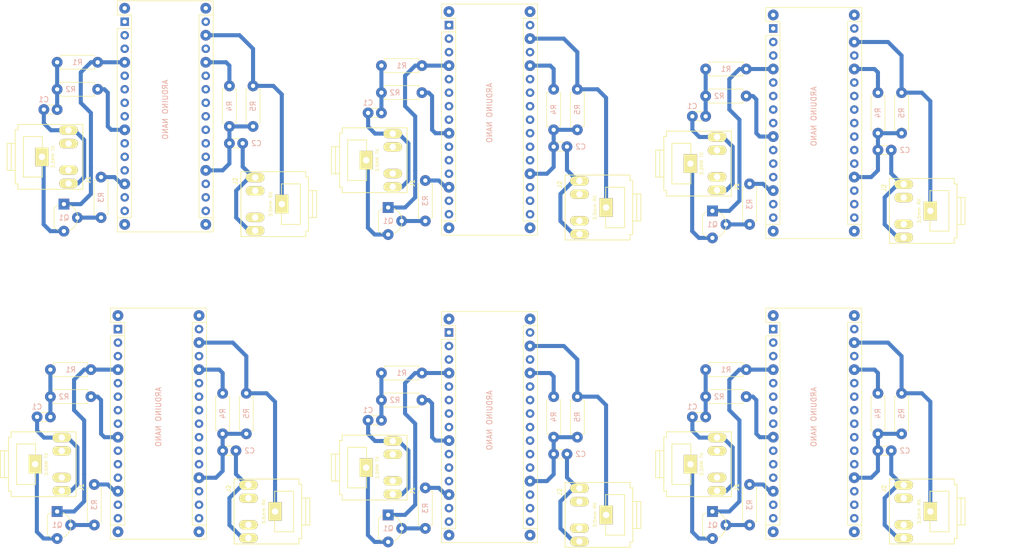
<source format=kicad_pcb>
(kicad_pcb (version 4) (host pcbnew 4.0.6)
  (layers (0 F.Cu signal) (31 B.Cu signal) (34 B.Paste user) (35 F.Paste user) (36 B.SilkS user) (37 F.SilkS user) (38 B.Mask user) (39 F.Mask user) (44 Edge.Cuts user))
  (net 0 "")
  (net 1 "Net-(ARDUINO1-Pad1)")
  (net 2 "Net-(ARDUINO1-Pad17)")
  (net 3 "Net-(ARDUINO1-Pad2)")
  (net 4 "Net-(ARDUINO1-Pad18)")
  (net 5 "Net-(ARDUINO1-Pad3)")
  (net 6 "Net-(ARDUINO1-Pad19)")
  (net 7 "Net-(ARDUINO1-Pad20)")
  (net 8 "Net-(ARDUINO1-Pad5)")
  (net 9 "Net-(ARDUINO1-Pad21)")
  (net 10 "Net-(ARDUINO1-Pad6)")
  (net 11 "Net-(ARDUINO1-Pad22)")
  (net 12 "Net-(ARDUINO1-Pad7)")
  (net 13 "Net-(ARDUINO1-Pad23)")
  (net 14 "Net-(ARDUINO1-Pad8)")
  (net 15 "Net-(ARDUINO1-Pad24)")
  (net 16 "Net-(ARDUINO1-Pad9)")
  (net 17 "Net-(ARDUINO1-Pad25)")
  (net 18 "Net-(ARDUINO1-Pad10)")
  (net 19 "Net-(ARDUINO1-Pad26)")
  (net 20 "Net-(ARDUINO1-Pad11)")
  (net 21 "Net-(ARDUINO1-Pad27)")
  (net 22 "Net-(ARDUINO1-Pad12)")
  (net 23 "Net-(ARDUINO1-Pad28)")
  (net 24 "Net-(ARDUINO1-Pad13)")
  (net 25 "Net-(ARDUINO1-Pad14)")
  (net 26 "Net-(ARDUINO1-Pad30)")
  (net 27 "Net-(ARDUINO1-Pad15)")
  (net 28 "Net-(ARDUINO1-Pad16)")
  (net 29 "Net-(C1-Pad1)")
  (net 30 "Net-(C1-Pad2)")
  (net 31 "Net-(C2-Pad2)")
  (net 32 "Net-(J1-Pad1)")
  (net 33 "Net-(J1-Pad4)")
  (net 34 "Net-(J1-Pad5)")
  (net 35 "Net-(J2-Pad4)")
  (net 36 "Net-(J2-Pad5)")
  (net 37 "Net-(Q1-Pad2)")
  (net 38 "Net-(ARDUINO1-Pad4)")
  (net 39 "Net-(ARDUINO1-Pad29)")
  (module Modules:Arduino_Nano_WithMountingHoles (layer F.Cu) (at 64.77 114.935)
    (fp_text reference "ARDUINO NANO" (at 7.62 16.51 90) (layer B.SilkS) (effects (justify mirror)))
    (fp_text value ARDUINO_NANO)
    (pad 1 thru_hole rect (at 0 0) (size 1.6 1.6) (drill 0.8) (layers *.Cu *.Mask) (net 1 "Net-(ARDUINO1-Pad1)"))
    (pad 17 thru_hole oval (at 15.24 33.02) (size 1.6 1.6) (drill 0.8) (layers *.Cu *.Mask) (net 2 "Net-(ARDUINO1-Pad17)"))
    (pad 2 thru_hole oval (at 0 2.54) (size 1.6 1.6) (drill 0.8) (layers *.Cu *.Mask) (net 3 "Net-(ARDUINO1-Pad2)"))
    (pad 18 thru_hole oval (at 15.24 30.48) (size 1.6 1.6) (drill 0.8) (layers *.Cu *.Mask) (net 4 "Net-(ARDUINO1-Pad18)"))
    (pad 3 thru_hole oval (at 0 5.08) (size 1.6 1.6) (drill 0.8) (layers *.Cu *.Mask) (net 5 "Net-(ARDUINO1-Pad3)"))
    (pad 19 thru_hole circle (at 15.24 27.94) (size 2.032 2.032) (drill 0.8) (layers *.Cu *.Mask) (net 6 "Net-(ARDUINO1-Pad19)"))
    (pad 4 thru_hole circle (at 0 7.62) (size 2.032 2.032) (drill 0.8) (layers *.Cu *.Mask) (net 38 "Net-(ARDUINO1-Pad4)"))
    (pad 20 thru_hole oval (at 15.24 25.4) (size 1.6 1.6) (drill 0.8) (layers *.Cu *.Mask) (net 7 "Net-(ARDUINO1-Pad20)"))
    (pad 5 thru_hole oval (at 0 10.16) (size 1.6 1.6) (drill 0.8) (layers *.Cu *.Mask) (net 8 "Net-(ARDUINO1-Pad5)"))
    (pad 21 thru_hole oval (at 15.24 22.86) (size 1.6 1.6) (drill 0.8) (layers *.Cu *.Mask) (net 9 "Net-(ARDUINO1-Pad21)"))
    (pad 6 thru_hole oval (at 0 12.7) (size 1.6 1.6) (drill 0.8) (layers *.Cu *.Mask) (net 10 "Net-(ARDUINO1-Pad6)"))
    (pad 22 thru_hole oval (at 15.24 20.32) (size 1.6 1.6) (drill 0.8) (layers *.Cu *.Mask) (net 11 "Net-(ARDUINO1-Pad22)"))
    (pad 7 thru_hole oval (at 0 15.24) (size 1.6 1.6) (drill 0.8) (layers *.Cu *.Mask) (net 12 "Net-(ARDUINO1-Pad7)"))
    (pad 23 thru_hole oval (at 15.24 17.78) (size 1.6 1.6) (drill 0.8) (layers *.Cu *.Mask) (net 13 "Net-(ARDUINO1-Pad23)"))
    (pad 8 thru_hole oval (at 0 17.78) (size 1.6 1.6) (drill 0.8) (layers *.Cu *.Mask) (net 14 "Net-(ARDUINO1-Pad8)"))
    (pad 24 thru_hole oval (at 15.24 15.24) (size 1.6 1.6) (drill 0.8) (layers *.Cu *.Mask) (net 15 "Net-(ARDUINO1-Pad24)"))
    (pad 9 thru_hole circle (at 0 20.32) (size 2.032 2.032) (drill 0.8) (layers *.Cu *.Mask) (net 16 "Net-(ARDUINO1-Pad9)"))
    (pad 25 thru_hole oval (at 15.24 12.7) (size 1.6 1.6) (drill 0.8) (layers *.Cu *.Mask) (net 17 "Net-(ARDUINO1-Pad25)"))
    (pad 10 thru_hole oval (at 0 22.86) (size 1.6 1.6) (drill 0.8) (layers *.Cu *.Mask) (net 18 "Net-(ARDUINO1-Pad10)"))
    (pad 26 thru_hole oval (at 15.24 10.16) (size 1.6 1.6) (drill 0.8) (layers *.Cu *.Mask) (net 19 "Net-(ARDUINO1-Pad26)"))
    (pad 11 thru_hole oval (at 0 25.4) (size 1.6 1.6) (drill 0.8) (layers *.Cu *.Mask) (net 20 "Net-(ARDUINO1-Pad11)"))
    (pad 27 thru_hole circle (at 15.24 7.62) (size 2.032 2.032) (drill 0.8) (layers *.Cu *.Mask) (net 21 "Net-(ARDUINO1-Pad27)"))
    (pad 12 thru_hole oval (at 0 27.94) (size 1.6 1.6) (drill 0.8) (layers *.Cu *.Mask) (net 22 "Net-(ARDUINO1-Pad12)"))
    (pad 28 thru_hole oval (at 15.24 5.08) (size 1.6 1.6) (drill 0.8) (layers *.Cu *.Mask) (net 23 "Net-(ARDUINO1-Pad28)"))
    (pad 13 thru_hole circle (at 0 30.48) (size 2.032 2.032) (drill 0.8) (layers *.Cu *.Mask) (net 24 "Net-(ARDUINO1-Pad13)"))
    (pad 29 thru_hole circle (at 15.24 2.54) (size 2.032 2.032) (drill 0.8) (layers *.Cu *.Mask) (net 39 "Net-(ARDUINO1-Pad29)"))
    (pad 14 thru_hole oval (at 0 33.02) (size 1.6 1.6) (drill 0.8) (layers *.Cu *.Mask) (net 25 "Net-(ARDUINO1-Pad14)"))
    (pad 30 thru_hole oval (at 15.24 0) (size 1.6 1.6) (drill 0.8) (layers *.Cu *.Mask) (net 26 "Net-(ARDUINO1-Pad30)"))
    (pad 15 thru_hole oval (at 0 35.56) (size 1.6 1.6) (drill 0.8) (layers *.Cu *.Mask) (net 27 "Net-(ARDUINO1-Pad15)"))
    (pad 16 thru_hole oval (at 15.24 35.56) (size 1.6 1.6) (drill 0.8) (layers *.Cu *.Mask) (net 28 "Net-(ARDUINO1-Pad16)"))
    (pad "" thru_hole circle (at 0 -2.54) (size 2.032 2.032) (drill 0.8) (layers *.Cu *.Mask))
    (pad "" thru_hole circle (at 15.24 -2.54) (size 2.032 2.032) (drill 0.8) (layers *.Cu *.Mask))
    (pad "" thru_hole circle (at 15.24 38.1) (size 2.032 2.032) (drill 0.8) (layers *.Cu *.Mask))
    (pad "" thru_hole circle (at 0 38.1) (size 2.032 2.032) (drill 0.8) (layers *.Cu *.Mask))
  )
  (module Capacitors_THT:C_Disc_D3.0mm_W1.6mm_P2.50mm (layer F.Cu) (at 52.07 131.445 180)
    (fp_text reference C1 (at 2.54 1.905 180) (layer B.SilkS) (effects (justify mirror)))
    (fp_text value 0.1uF)
    (pad 1 thru_hole circle (at 0 0 180) (size 2.032 2.032) (drill 0.8) (layers *.Cu *.Mask) (net 29 "Net-(C1-Pad1)"))
    (pad 2 thru_hole circle (at 2.5 0 180) (size 2.032 2.032) (drill 0.8) (layers *.Cu *.Mask) (net 30 "Net-(C1-Pad2)"))
  )
  (module Capacitors_THT:C_Disc_D3.0mm_W1.6mm_P2.50mm (layer F.Cu) (at 84.455 137.795)
    (fp_text reference C2 (at 5.08 0) (layer B.SilkS) (effects (justify mirror)))
    (fp_text value 0.01uF)
    (pad 1 thru_hole circle (at 0 0) (size 2.032 2.032) (drill 0.8) (layers *.Cu *.Mask) (net 6 "Net-(ARDUINO1-Pad19)"))
    (pad 2 thru_hole circle (at 2.5 0) (size 2.032 2.032) (drill 0.8) (layers *.Cu *.Mask) (net 31 "Net-(C2-Pad2)"))
  )
  (module Arduino_TNC:Tayda_3.5mm_stereo_TRS_jack_A-853 (layer F.Cu) (at 50.8 140.335 90)
    (fp_text reference J1 (at -4.318 7.112 90) (layer F.SilkS) (effects (font (size 0.8 0.8))))
    (fp_text value "3.5MM TX" (at 0 0.508 90) (layer F.SilkS) (effects (font (size 0.6 0.6) (thickness 0.1))))
    (pad 1 thru_hole rect (at 0 -1.596 90) (size 3.5 2.5) (drill 1.2) (layers *.Cu *.Mask F.SilkS) (net 32 "Net-(J1-Pad1)"))
    (pad 2 thru_hole oval (at 5 3.41 90) (size 1.75 3.5) (drill 1.2) (layers *.Cu *.Mask F.SilkS) (net 30 "Net-(C1-Pad2)"))
    (pad 3 thru_hole oval (at -5 3.41 90) (size 1.75 3.5) (drill 1.2) (layers *.Cu *.Mask F.SilkS) (net 30 "Net-(C1-Pad2)"))
    (pad 4 thru_hole oval (at 2.5 3.41 90) (size 1.75 3.5) (drill 1.2) (layers *.Cu *.Mask F.SilkS) (net 33 "Net-(J1-Pad4)"))
    (pad 5 thru_hole oval (at -2.5 3.41 90) (size 1.75 3.5) (drill 1.2) (layers *.Cu *.Mask F.SilkS) (net 34 "Net-(J1-Pad5)"))
  )
  (module Arduino_TNC:Tayda_3.5mm_stereo_TRS_jack_A-853 (layer F.Cu) (at 92.71 149.225 270)
    (fp_text reference J2 (at -4.318 7.112 270) (layer F.SilkS) (effects (font (size 0.8 0.8))))
    (fp_text value "3.5mm RX" (at 0 0.508 270) (layer F.SilkS) (effects (font (size 0.6 0.6) (thickness 0.1))))
    (pad 1 thru_hole rect (at 0 -1.596 270) (size 3.5 2.5) (drill 1.2) (layers *.Cu *.Mask F.SilkS) (net 39 "Net-(ARDUINO1-Pad29)"))
    (pad 2 thru_hole oval (at 5 3.41 270) (size 1.75 3.5) (drill 1.2) (layers *.Cu *.Mask F.SilkS) (net 31 "Net-(C2-Pad2)"))
    (pad 3 thru_hole oval (at -5 3.41 270) (size 1.75 3.5) (drill 1.2) (layers *.Cu *.Mask F.SilkS) (net 31 "Net-(C2-Pad2)"))
    (pad 4 thru_hole oval (at 2.5 3.41 270) (size 1.75 3.5) (drill 1.2) (layers *.Cu *.Mask F.SilkS) (net 35 "Net-(J2-Pad4)"))
    (pad 5 thru_hole oval (at -2.5 3.41 270) (size 1.75 3.5) (drill 1.2) (layers *.Cu *.Mask F.SilkS) (net 36 "Net-(J2-Pad5)"))
  )
  (module TO_SOT_Packages_THT:TO-92_Molded_Wide (layer F.Cu) (at 53.34 149.225 270)
    (fp_text reference Q1 (at 2.54 0 360) (layer B.SilkS) (effects (justify mirror)))
    (fp_text value 2N2222)
    (pad 2 thru_hole circle (at 2.54 -2.54 270) (size 2.032 2.032) (drill 0.8) (layers *.Cu *.Mask) (net 37 "Net-(Q1-Pad2)"))
    (pad 3 thru_hole circle (at 5.08 0 270) (size 2.032 2.032) (drill 0.8) (layers *.Cu *.Mask) (net 32 "Net-(J1-Pad1)"))
    (pad 1 thru_hole rect (at 0 0) (size 2.032 2.032) (drill 0.8) (layers *.Cu *.Mask) (net 38 "Net-(ARDUINO1-Pad4)"))
  )
  (module Resistors_THT:R_Axial_DIN0207_L6.3mm_D2.5mm_P7.62mm_Horizontal (layer F.Cu) (at 59.69 122.555 180)
    (fp_text reference R1 (at 3.81 0 180) (layer B.SilkS) (effects (justify mirror)))
    (fp_text value 100K)
    (pad 1 thru_hole circle (at 0 0 180) (size 2.032 2.032) (drill 0.8) (layers *.Cu *.Mask) (net 38 "Net-(ARDUINO1-Pad4)"))
    (pad 2 thru_hole circle (at 7.62 0 180) (size 2.032 2.032) (drill 0.8) (layers *.Cu *.Mask) (net 29 "Net-(C1-Pad1)"))
  )
  (module Resistors_THT:R_Axial_DIN0207_L6.3mm_D2.5mm_P7.62mm_Horizontal (layer F.Cu) (at 59.69 127.635 180)
    (fp_text reference R2 (at 5.08 0 180) (layer B.SilkS) (effects (justify mirror)))
    (fp_text value 100K)
    (pad 1 thru_hole circle (at 0 0 180) (size 2.032 2.032) (drill 0.8) (layers *.Cu *.Mask) (net 16 "Net-(ARDUINO1-Pad9)"))
    (pad 2 thru_hole circle (at 7.62 0 180) (size 2.032 2.032) (drill 0.8) (layers *.Cu *.Mask) (net 29 "Net-(C1-Pad1)"))
  )
  (module Resistors_THT:R_Axial_DIN0207_L6.3mm_D2.5mm_P7.62mm_Horizontal (layer F.Cu) (at 60.325 144.145 270)
    (fp_text reference R3 (at 3.81 0 270) (layer B.SilkS) (effects (justify mirror)))
    (fp_text value 1K)
    (pad 1 thru_hole circle (at 0 0 270) (size 2.032 2.032) (drill 0.8) (layers *.Cu *.Mask) (net 24 "Net-(ARDUINO1-Pad13)"))
    (pad 2 thru_hole circle (at 7.62 0 270) (size 2.032 2.032) (drill 0.8) (layers *.Cu *.Mask) (net 37 "Net-(Q1-Pad2)"))
  )
  (module Resistors_THT:R_Axial_DIN0207_L6.3mm_D2.5mm_P7.62mm_Horizontal (layer F.Cu) (at 84.455 127 270)
    (fp_text reference R4 (at 3.81 0 270) (layer B.SilkS) (effects (justify mirror)))
    (fp_text value 10K)
    (pad 1 thru_hole circle (at 0 0 270) (size 2.032 2.032) (drill 0.8) (layers *.Cu *.Mask) (net 21 "Net-(ARDUINO1-Pad27)"))
    (pad 2 thru_hole circle (at 7.62 0 270) (size 2.032 2.032) (drill 0.8) (layers *.Cu *.Mask) (net 6 "Net-(ARDUINO1-Pad19)"))
  )
  (module Resistors_THT:R_Axial_DIN0207_L6.3mm_D2.5mm_P7.62mm_Horizontal (layer F.Cu) (at 88.9 134.62 90)
    (fp_text reference R5 (at 3.81 0 90) (layer B.SilkS) (effects (justify mirror)))
    (fp_text value 10K)
    (pad 1 thru_hole circle (at 0 0 90) (size 2.032 2.032) (drill 0.8) (layers *.Cu *.Mask) (net 6 "Net-(ARDUINO1-Pad19)"))
    (pad 2 thru_hole circle (at 7.62 0 90) (size 2.032 2.032) (drill 0.8) (layers *.Cu *.Mask) (net 39 "Net-(ARDUINO1-Pad29)"))
  )
  (module Modules:Arduino_Nano_WithMountingHoles (layer F.Cu) (at 127 115.57)
    (fp_text reference "ARDUINO NANO" (at 7.62 16.51 90) (layer B.SilkS) (effects (justify mirror)))
    (fp_text value ARDUINO_NANO)
    (pad 1 thru_hole rect (at 0 0) (size 1.6 1.6) (drill 0.8) (layers *.Cu *.Mask) (net 1 "Net-(ARDUINO1-Pad1)"))
    (pad 17 thru_hole oval (at 15.24 33.02) (size 1.6 1.6) (drill 0.8) (layers *.Cu *.Mask) (net 2 "Net-(ARDUINO1-Pad17)"))
    (pad 2 thru_hole oval (at 0 2.54) (size 1.6 1.6) (drill 0.8) (layers *.Cu *.Mask) (net 3 "Net-(ARDUINO1-Pad2)"))
    (pad 18 thru_hole oval (at 15.24 30.48) (size 1.6 1.6) (drill 0.8) (layers *.Cu *.Mask) (net 4 "Net-(ARDUINO1-Pad18)"))
    (pad 3 thru_hole oval (at 0 5.08) (size 1.6 1.6) (drill 0.8) (layers *.Cu *.Mask) (net 5 "Net-(ARDUINO1-Pad3)"))
    (pad 19 thru_hole circle (at 15.24 27.94) (size 2.032 2.032) (drill 0.8) (layers *.Cu *.Mask) (net 6 "Net-(ARDUINO1-Pad19)"))
    (pad 4 thru_hole circle (at 0 7.62) (size 2.032 2.032) (drill 0.8) (layers *.Cu *.Mask) (net 38 "Net-(ARDUINO1-Pad4)"))
    (pad 20 thru_hole oval (at 15.24 25.4) (size 1.6 1.6) (drill 0.8) (layers *.Cu *.Mask) (net 7 "Net-(ARDUINO1-Pad20)"))
    (pad 5 thru_hole oval (at 0 10.16) (size 1.6 1.6) (drill 0.8) (layers *.Cu *.Mask) (net 8 "Net-(ARDUINO1-Pad5)"))
    (pad 21 thru_hole oval (at 15.24 22.86) (size 1.6 1.6) (drill 0.8) (layers *.Cu *.Mask) (net 9 "Net-(ARDUINO1-Pad21)"))
    (pad 6 thru_hole oval (at 0 12.7) (size 1.6 1.6) (drill 0.8) (layers *.Cu *.Mask) (net 10 "Net-(ARDUINO1-Pad6)"))
    (pad 22 thru_hole oval (at 15.24 20.32) (size 1.6 1.6) (drill 0.8) (layers *.Cu *.Mask) (net 11 "Net-(ARDUINO1-Pad22)"))
    (pad 7 thru_hole oval (at 0 15.24) (size 1.6 1.6) (drill 0.8) (layers *.Cu *.Mask) (net 12 "Net-(ARDUINO1-Pad7)"))
    (pad 23 thru_hole oval (at 15.24 17.78) (size 1.6 1.6) (drill 0.8) (layers *.Cu *.Mask) (net 13 "Net-(ARDUINO1-Pad23)"))
    (pad 8 thru_hole oval (at 0 17.78) (size 1.6 1.6) (drill 0.8) (layers *.Cu *.Mask) (net 14 "Net-(ARDUINO1-Pad8)"))
    (pad 24 thru_hole oval (at 15.24 15.24) (size 1.6 1.6) (drill 0.8) (layers *.Cu *.Mask) (net 15 "Net-(ARDUINO1-Pad24)"))
    (pad 9 thru_hole circle (at 0 20.32) (size 2.032 2.032) (drill 0.8) (layers *.Cu *.Mask) (net 16 "Net-(ARDUINO1-Pad9)"))
    (pad 25 thru_hole oval (at 15.24 12.7) (size 1.6 1.6) (drill 0.8) (layers *.Cu *.Mask) (net 17 "Net-(ARDUINO1-Pad25)"))
    (pad 10 thru_hole oval (at 0 22.86) (size 1.6 1.6) (drill 0.8) (layers *.Cu *.Mask) (net 18 "Net-(ARDUINO1-Pad10)"))
    (pad 26 thru_hole oval (at 15.24 10.16) (size 1.6 1.6) (drill 0.8) (layers *.Cu *.Mask) (net 19 "Net-(ARDUINO1-Pad26)"))
    (pad 11 thru_hole oval (at 0 25.4) (size 1.6 1.6) (drill 0.8) (layers *.Cu *.Mask) (net 20 "Net-(ARDUINO1-Pad11)"))
    (pad 27 thru_hole circle (at 15.24 7.62) (size 2.032 2.032) (drill 0.8) (layers *.Cu *.Mask) (net 21 "Net-(ARDUINO1-Pad27)"))
    (pad 12 thru_hole oval (at 0 27.94) (size 1.6 1.6) (drill 0.8) (layers *.Cu *.Mask) (net 22 "Net-(ARDUINO1-Pad12)"))
    (pad 28 thru_hole oval (at 15.24 5.08) (size 1.6 1.6) (drill 0.8) (layers *.Cu *.Mask) (net 23 "Net-(ARDUINO1-Pad28)"))
    (pad 13 thru_hole circle (at 0 30.48) (size 2.032 2.032) (drill 0.8) (layers *.Cu *.Mask) (net 24 "Net-(ARDUINO1-Pad13)"))
    (pad 29 thru_hole circle (at 15.24 2.54) (size 2.032 2.032) (drill 0.8) (layers *.Cu *.Mask) (net 39 "Net-(ARDUINO1-Pad29)"))
    (pad 14 thru_hole oval (at 0 33.02) (size 1.6 1.6) (drill 0.8) (layers *.Cu *.Mask) (net 25 "Net-(ARDUINO1-Pad14)"))
    (pad 30 thru_hole oval (at 15.24 0) (size 1.6 1.6) (drill 0.8) (layers *.Cu *.Mask) (net 26 "Net-(ARDUINO1-Pad30)"))
    (pad 15 thru_hole oval (at 0 35.56) (size 1.6 1.6) (drill 0.8) (layers *.Cu *.Mask) (net 27 "Net-(ARDUINO1-Pad15)"))
    (pad 16 thru_hole oval (at 15.24 35.56) (size 1.6 1.6) (drill 0.8) (layers *.Cu *.Mask) (net 28 "Net-(ARDUINO1-Pad16)"))
    (pad "" thru_hole circle (at 0 -2.54) (size 2.032 2.032) (drill 0.8) (layers *.Cu *.Mask))
    (pad "" thru_hole circle (at 15.24 -2.54) (size 2.032 2.032) (drill 0.8) (layers *.Cu *.Mask))
    (pad "" thru_hole circle (at 15.24 38.1) (size 2.032 2.032) (drill 0.8) (layers *.Cu *.Mask))
    (pad "" thru_hole circle (at 0 38.1) (size 2.032 2.032) (drill 0.8) (layers *.Cu *.Mask))
  )
  (module Capacitors_THT:C_Disc_D3.0mm_W1.6mm_P2.50mm (layer F.Cu) (at 114.3 132.08 180)
    (fp_text reference C1 (at 2.54 1.905 180) (layer B.SilkS) (effects (justify mirror)))
    (fp_text value 0.1uF)
    (pad 1 thru_hole circle (at 0 0 180) (size 2.032 2.032) (drill 0.8) (layers *.Cu *.Mask) (net 29 "Net-(C1-Pad1)"))
    (pad 2 thru_hole circle (at 2.5 0 180) (size 2.032 2.032) (drill 0.8) (layers *.Cu *.Mask) (net 30 "Net-(C1-Pad2)"))
  )
  (module Capacitors_THT:C_Disc_D3.0mm_W1.6mm_P2.50mm (layer F.Cu) (at 146.685 138.43)
    (fp_text reference C2 (at 5.08 0) (layer B.SilkS) (effects (justify mirror)))
    (fp_text value 0.01uF)
    (pad 1 thru_hole circle (at 0 0) (size 2.032 2.032) (drill 0.8) (layers *.Cu *.Mask) (net 6 "Net-(ARDUINO1-Pad19)"))
    (pad 2 thru_hole circle (at 2.5 0) (size 2.032 2.032) (drill 0.8) (layers *.Cu *.Mask) (net 31 "Net-(C2-Pad2)"))
  )
  (module Arduino_TNC:Tayda_3.5mm_stereo_TRS_jack_A-853 (layer F.Cu) (at 113.03 140.97 90)
    (fp_text reference J1 (at -4.318 7.112 90) (layer F.SilkS) (effects (font (size 0.8 0.8))))
    (fp_text value "3.5MM TX" (at 0 0.508 90) (layer F.SilkS) (effects (font (size 0.6 0.6) (thickness 0.1))))
    (pad 1 thru_hole rect (at 0 -1.596 90) (size 3.5 2.5) (drill 1.2) (layers *.Cu *.Mask F.SilkS) (net 32 "Net-(J1-Pad1)"))
    (pad 2 thru_hole oval (at 5 3.41 90) (size 1.75 3.5) (drill 1.2) (layers *.Cu *.Mask F.SilkS) (net 30 "Net-(C1-Pad2)"))
    (pad 3 thru_hole oval (at -5 3.41 90) (size 1.75 3.5) (drill 1.2) (layers *.Cu *.Mask F.SilkS) (net 30 "Net-(C1-Pad2)"))
    (pad 4 thru_hole oval (at 2.5 3.41 90) (size 1.75 3.5) (drill 1.2) (layers *.Cu *.Mask F.SilkS) (net 33 "Net-(J1-Pad4)"))
    (pad 5 thru_hole oval (at -2.5 3.41 90) (size 1.75 3.5) (drill 1.2) (layers *.Cu *.Mask F.SilkS) (net 34 "Net-(J1-Pad5)"))
  )
  (module Arduino_TNC:Tayda_3.5mm_stereo_TRS_jack_A-853 (layer F.Cu) (at 154.94 149.86 270)
    (fp_text reference J2 (at -4.318 7.112 270) (layer F.SilkS) (effects (font (size 0.8 0.8))))
    (fp_text value "3.5mm RX" (at 0 0.508 270) (layer F.SilkS) (effects (font (size 0.6 0.6) (thickness 0.1))))
    (pad 1 thru_hole rect (at 0 -1.596 270) (size 3.5 2.5) (drill 1.2) (layers *.Cu *.Mask F.SilkS) (net 39 "Net-(ARDUINO1-Pad29)"))
    (pad 2 thru_hole oval (at 5 3.41 270) (size 1.75 3.5) (drill 1.2) (layers *.Cu *.Mask F.SilkS) (net 31 "Net-(C2-Pad2)"))
    (pad 3 thru_hole oval (at -5 3.41 270) (size 1.75 3.5) (drill 1.2) (layers *.Cu *.Mask F.SilkS) (net 31 "Net-(C2-Pad2)"))
    (pad 4 thru_hole oval (at 2.5 3.41 270) (size 1.75 3.5) (drill 1.2) (layers *.Cu *.Mask F.SilkS) (net 35 "Net-(J2-Pad4)"))
    (pad 5 thru_hole oval (at -2.5 3.41 270) (size 1.75 3.5) (drill 1.2) (layers *.Cu *.Mask F.SilkS) (net 36 "Net-(J2-Pad5)"))
  )
  (module TO_SOT_Packages_THT:TO-92_Molded_Wide (layer F.Cu) (at 115.57 149.86 270)
    (fp_text reference Q1 (at 2.54 0 360) (layer B.SilkS) (effects (justify mirror)))
    (fp_text value 2N2222)
    (pad 2 thru_hole circle (at 2.54 -2.54 270) (size 2.032 2.032) (drill 0.8) (layers *.Cu *.Mask) (net 37 "Net-(Q1-Pad2)"))
    (pad 3 thru_hole circle (at 5.08 0 270) (size 2.032 2.032) (drill 0.8) (layers *.Cu *.Mask) (net 32 "Net-(J1-Pad1)"))
    (pad 1 thru_hole rect (at 0 0) (size 2.032 2.032) (drill 0.8) (layers *.Cu *.Mask) (net 38 "Net-(ARDUINO1-Pad4)"))
  )
  (module Resistors_THT:R_Axial_DIN0207_L6.3mm_D2.5mm_P7.62mm_Horizontal (layer F.Cu) (at 121.92 123.19 180)
    (fp_text reference R1 (at 3.81 0 180) (layer B.SilkS) (effects (justify mirror)))
    (fp_text value 100K)
    (pad 1 thru_hole circle (at 0 0 180) (size 2.032 2.032) (drill 0.8) (layers *.Cu *.Mask) (net 38 "Net-(ARDUINO1-Pad4)"))
    (pad 2 thru_hole circle (at 7.62 0 180) (size 2.032 2.032) (drill 0.8) (layers *.Cu *.Mask) (net 29 "Net-(C1-Pad1)"))
  )
  (module Resistors_THT:R_Axial_DIN0207_L6.3mm_D2.5mm_P7.62mm_Horizontal (layer F.Cu) (at 121.92 128.27 180)
    (fp_text reference R2 (at 5.08 0 180) (layer B.SilkS) (effects (justify mirror)))
    (fp_text value 100K)
    (pad 1 thru_hole circle (at 0 0 180) (size 2.032 2.032) (drill 0.8) (layers *.Cu *.Mask) (net 16 "Net-(ARDUINO1-Pad9)"))
    (pad 2 thru_hole circle (at 7.62 0 180) (size 2.032 2.032) (drill 0.8) (layers *.Cu *.Mask) (net 29 "Net-(C1-Pad1)"))
  )
  (module Resistors_THT:R_Axial_DIN0207_L6.3mm_D2.5mm_P7.62mm_Horizontal (layer F.Cu) (at 122.555 144.78 270)
    (fp_text reference R3 (at 3.81 0 270) (layer B.SilkS) (effects (justify mirror)))
    (fp_text value 1K)
    (pad 1 thru_hole circle (at 0 0 270) (size 2.032 2.032) (drill 0.8) (layers *.Cu *.Mask) (net 24 "Net-(ARDUINO1-Pad13)"))
    (pad 2 thru_hole circle (at 7.62 0 270) (size 2.032 2.032) (drill 0.8) (layers *.Cu *.Mask) (net 37 "Net-(Q1-Pad2)"))
  )
  (module Resistors_THT:R_Axial_DIN0207_L6.3mm_D2.5mm_P7.62mm_Horizontal (layer F.Cu) (at 146.685 127.635 270)
    (fp_text reference R4 (at 3.81 0 270) (layer B.SilkS) (effects (justify mirror)))
    (fp_text value 10K)
    (pad 1 thru_hole circle (at 0 0 270) (size 2.032 2.032) (drill 0.8) (layers *.Cu *.Mask) (net 21 "Net-(ARDUINO1-Pad27)"))
    (pad 2 thru_hole circle (at 7.62 0 270) (size 2.032 2.032) (drill 0.8) (layers *.Cu *.Mask) (net 6 "Net-(ARDUINO1-Pad19)"))
  )
  (module Resistors_THT:R_Axial_DIN0207_L6.3mm_D2.5mm_P7.62mm_Horizontal (layer F.Cu) (at 151.13 135.255 90)
    (fp_text reference R5 (at 3.81 0 90) (layer B.SilkS) (effects (justify mirror)))
    (fp_text value 10K)
    (pad 1 thru_hole circle (at 0 0 90) (size 2.032 2.032) (drill 0.8) (layers *.Cu *.Mask) (net 6 "Net-(ARDUINO1-Pad19)"))
    (pad 2 thru_hole circle (at 7.62 0 90) (size 2.032 2.032) (drill 0.8) (layers *.Cu *.Mask) (net 39 "Net-(ARDUINO1-Pad29)"))
  )
  (module Modules:Arduino_Nano_WithMountingHoles (layer F.Cu) (at 187.96 114.935)
    (fp_text reference "ARDUINO NANO" (at 7.62 16.51 90) (layer B.SilkS) (effects (justify mirror)))
    (fp_text value ARDUINO_NANO)
    (pad 1 thru_hole rect (at 0 0) (size 1.6 1.6) (drill 0.8) (layers *.Cu *.Mask) (net 1 "Net-(ARDUINO1-Pad1)"))
    (pad 17 thru_hole oval (at 15.24 33.02) (size 1.6 1.6) (drill 0.8) (layers *.Cu *.Mask) (net 2 "Net-(ARDUINO1-Pad17)"))
    (pad 2 thru_hole oval (at 0 2.54) (size 1.6 1.6) (drill 0.8) (layers *.Cu *.Mask) (net 3 "Net-(ARDUINO1-Pad2)"))
    (pad 18 thru_hole oval (at 15.24 30.48) (size 1.6 1.6) (drill 0.8) (layers *.Cu *.Mask) (net 4 "Net-(ARDUINO1-Pad18)"))
    (pad 3 thru_hole oval (at 0 5.08) (size 1.6 1.6) (drill 0.8) (layers *.Cu *.Mask) (net 5 "Net-(ARDUINO1-Pad3)"))
    (pad 19 thru_hole circle (at 15.24 27.94) (size 2.032 2.032) (drill 0.8) (layers *.Cu *.Mask) (net 6 "Net-(ARDUINO1-Pad19)"))
    (pad 4 thru_hole circle (at 0 7.62) (size 2.032 2.032) (drill 0.8) (layers *.Cu *.Mask) (net 38 "Net-(ARDUINO1-Pad4)"))
    (pad 20 thru_hole oval (at 15.24 25.4) (size 1.6 1.6) (drill 0.8) (layers *.Cu *.Mask) (net 7 "Net-(ARDUINO1-Pad20)"))
    (pad 5 thru_hole oval (at 0 10.16) (size 1.6 1.6) (drill 0.8) (layers *.Cu *.Mask) (net 8 "Net-(ARDUINO1-Pad5)"))
    (pad 21 thru_hole oval (at 15.24 22.86) (size 1.6 1.6) (drill 0.8) (layers *.Cu *.Mask) (net 9 "Net-(ARDUINO1-Pad21)"))
    (pad 6 thru_hole oval (at 0 12.7) (size 1.6 1.6) (drill 0.8) (layers *.Cu *.Mask) (net 10 "Net-(ARDUINO1-Pad6)"))
    (pad 22 thru_hole oval (at 15.24 20.32) (size 1.6 1.6) (drill 0.8) (layers *.Cu *.Mask) (net 11 "Net-(ARDUINO1-Pad22)"))
    (pad 7 thru_hole oval (at 0 15.24) (size 1.6 1.6) (drill 0.8) (layers *.Cu *.Mask) (net 12 "Net-(ARDUINO1-Pad7)"))
    (pad 23 thru_hole oval (at 15.24 17.78) (size 1.6 1.6) (drill 0.8) (layers *.Cu *.Mask) (net 13 "Net-(ARDUINO1-Pad23)"))
    (pad 8 thru_hole oval (at 0 17.78) (size 1.6 1.6) (drill 0.8) (layers *.Cu *.Mask) (net 14 "Net-(ARDUINO1-Pad8)"))
    (pad 24 thru_hole oval (at 15.24 15.24) (size 1.6 1.6) (drill 0.8) (layers *.Cu *.Mask) (net 15 "Net-(ARDUINO1-Pad24)"))
    (pad 9 thru_hole circle (at 0 20.32) (size 2.032 2.032) (drill 0.8) (layers *.Cu *.Mask) (net 16 "Net-(ARDUINO1-Pad9)"))
    (pad 25 thru_hole oval (at 15.24 12.7) (size 1.6 1.6) (drill 0.8) (layers *.Cu *.Mask) (net 17 "Net-(ARDUINO1-Pad25)"))
    (pad 10 thru_hole oval (at 0 22.86) (size 1.6 1.6) (drill 0.8) (layers *.Cu *.Mask) (net 18 "Net-(ARDUINO1-Pad10)"))
    (pad 26 thru_hole oval (at 15.24 10.16) (size 1.6 1.6) (drill 0.8) (layers *.Cu *.Mask) (net 19 "Net-(ARDUINO1-Pad26)"))
    (pad 11 thru_hole oval (at 0 25.4) (size 1.6 1.6) (drill 0.8) (layers *.Cu *.Mask) (net 20 "Net-(ARDUINO1-Pad11)"))
    (pad 27 thru_hole circle (at 15.24 7.62) (size 2.032 2.032) (drill 0.8) (layers *.Cu *.Mask) (net 21 "Net-(ARDUINO1-Pad27)"))
    (pad 12 thru_hole oval (at 0 27.94) (size 1.6 1.6) (drill 0.8) (layers *.Cu *.Mask) (net 22 "Net-(ARDUINO1-Pad12)"))
    (pad 28 thru_hole oval (at 15.24 5.08) (size 1.6 1.6) (drill 0.8) (layers *.Cu *.Mask) (net 23 "Net-(ARDUINO1-Pad28)"))
    (pad 13 thru_hole circle (at 0 30.48) (size 2.032 2.032) (drill 0.8) (layers *.Cu *.Mask) (net 24 "Net-(ARDUINO1-Pad13)"))
    (pad 29 thru_hole circle (at 15.24 2.54) (size 2.032 2.032) (drill 0.8) (layers *.Cu *.Mask) (net 39 "Net-(ARDUINO1-Pad29)"))
    (pad 14 thru_hole oval (at 0 33.02) (size 1.6 1.6) (drill 0.8) (layers *.Cu *.Mask) (net 25 "Net-(ARDUINO1-Pad14)"))
    (pad 30 thru_hole oval (at 15.24 0) (size 1.6 1.6) (drill 0.8) (layers *.Cu *.Mask) (net 26 "Net-(ARDUINO1-Pad30)"))
    (pad 15 thru_hole oval (at 0 35.56) (size 1.6 1.6) (drill 0.8) (layers *.Cu *.Mask) (net 27 "Net-(ARDUINO1-Pad15)"))
    (pad 16 thru_hole oval (at 15.24 35.56) (size 1.6 1.6) (drill 0.8) (layers *.Cu *.Mask) (net 28 "Net-(ARDUINO1-Pad16)"))
    (pad "" thru_hole circle (at 0 -2.54) (size 2.032 2.032) (drill 0.8) (layers *.Cu *.Mask))
    (pad "" thru_hole circle (at 15.24 -2.54) (size 2.032 2.032) (drill 0.8) (layers *.Cu *.Mask))
    (pad "" thru_hole circle (at 15.24 38.1) (size 2.032 2.032) (drill 0.8) (layers *.Cu *.Mask))
    (pad "" thru_hole circle (at 0 38.1) (size 2.032 2.032) (drill 0.8) (layers *.Cu *.Mask))
  )
  (module Capacitors_THT:C_Disc_D3.0mm_W1.6mm_P2.50mm (layer F.Cu) (at 175.26 131.445 180)
    (fp_text reference C1 (at 2.54 1.905 180) (layer B.SilkS) (effects (justify mirror)))
    (fp_text value 0.1uF)
    (pad 1 thru_hole circle (at 0 0 180) (size 2.032 2.032) (drill 0.8) (layers *.Cu *.Mask) (net 29 "Net-(C1-Pad1)"))
    (pad 2 thru_hole circle (at 2.5 0 180) (size 2.032 2.032) (drill 0.8) (layers *.Cu *.Mask) (net 30 "Net-(C1-Pad2)"))
  )
  (module Capacitors_THT:C_Disc_D3.0mm_W1.6mm_P2.50mm (layer F.Cu) (at 207.645 137.795)
    (fp_text reference C2 (at 5.08 0) (layer B.SilkS) (effects (justify mirror)))
    (fp_text value 0.01uF)
    (pad 1 thru_hole circle (at 0 0) (size 2.032 2.032) (drill 0.8) (layers *.Cu *.Mask) (net 6 "Net-(ARDUINO1-Pad19)"))
    (pad 2 thru_hole circle (at 2.5 0) (size 2.032 2.032) (drill 0.8) (layers *.Cu *.Mask) (net 31 "Net-(C2-Pad2)"))
  )
  (module Arduino_TNC:Tayda_3.5mm_stereo_TRS_jack_A-853 (layer F.Cu) (at 173.99 140.335 90)
    (fp_text reference J1 (at -4.318 7.112 90) (layer F.SilkS) (effects (font (size 0.8 0.8))))
    (fp_text value "3.5MM TX" (at 0 0.508 90) (layer F.SilkS) (effects (font (size 0.6 0.6) (thickness 0.1))))
    (pad 1 thru_hole rect (at 0 -1.596 90) (size 3.5 2.5) (drill 1.2) (layers *.Cu *.Mask F.SilkS) (net 32 "Net-(J1-Pad1)"))
    (pad 2 thru_hole oval (at 5 3.41 90) (size 1.75 3.5) (drill 1.2) (layers *.Cu *.Mask F.SilkS) (net 30 "Net-(C1-Pad2)"))
    (pad 3 thru_hole oval (at -5 3.41 90) (size 1.75 3.5) (drill 1.2) (layers *.Cu *.Mask F.SilkS) (net 30 "Net-(C1-Pad2)"))
    (pad 4 thru_hole oval (at 2.5 3.41 90) (size 1.75 3.5) (drill 1.2) (layers *.Cu *.Mask F.SilkS) (net 33 "Net-(J1-Pad4)"))
    (pad 5 thru_hole oval (at -2.5 3.41 90) (size 1.75 3.5) (drill 1.2) (layers *.Cu *.Mask F.SilkS) (net 34 "Net-(J1-Pad5)"))
  )
  (module Arduino_TNC:Tayda_3.5mm_stereo_TRS_jack_A-853 (layer F.Cu) (at 215.9 149.225 270)
    (fp_text reference J2 (at -4.318 7.112 270) (layer F.SilkS) (effects (font (size 0.8 0.8))))
    (fp_text value "3.5mm RX" (at 0 0.508 270) (layer F.SilkS) (effects (font (size 0.6 0.6) (thickness 0.1))))
    (pad 1 thru_hole rect (at 0 -1.596 270) (size 3.5 2.5) (drill 1.2) (layers *.Cu *.Mask F.SilkS) (net 39 "Net-(ARDUINO1-Pad29)"))
    (pad 2 thru_hole oval (at 5 3.41 270) (size 1.75 3.5) (drill 1.2) (layers *.Cu *.Mask F.SilkS) (net 31 "Net-(C2-Pad2)"))
    (pad 3 thru_hole oval (at -5 3.41 270) (size 1.75 3.5) (drill 1.2) (layers *.Cu *.Mask F.SilkS) (net 31 "Net-(C2-Pad2)"))
    (pad 4 thru_hole oval (at 2.5 3.41 270) (size 1.75 3.5) (drill 1.2) (layers *.Cu *.Mask F.SilkS) (net 35 "Net-(J2-Pad4)"))
    (pad 5 thru_hole oval (at -2.5 3.41 270) (size 1.75 3.5) (drill 1.2) (layers *.Cu *.Mask F.SilkS) (net 36 "Net-(J2-Pad5)"))
  )
  (module TO_SOT_Packages_THT:TO-92_Molded_Wide (layer F.Cu) (at 176.53 149.225 270)
    (fp_text reference Q1 (at 2.54 0 360) (layer B.SilkS) (effects (justify mirror)))
    (fp_text value 2N2222)
    (pad 2 thru_hole circle (at 2.54 -2.54 270) (size 2.032 2.032) (drill 0.8) (layers *.Cu *.Mask) (net 37 "Net-(Q1-Pad2)"))
    (pad 3 thru_hole circle (at 5.08 0 270) (size 2.032 2.032) (drill 0.8) (layers *.Cu *.Mask) (net 32 "Net-(J1-Pad1)"))
    (pad 1 thru_hole rect (at 0 0) (size 2.032 2.032) (drill 0.8) (layers *.Cu *.Mask) (net 38 "Net-(ARDUINO1-Pad4)"))
  )
  (module Resistors_THT:R_Axial_DIN0207_L6.3mm_D2.5mm_P7.62mm_Horizontal (layer F.Cu) (at 182.88 122.555 180)
    (fp_text reference R1 (at 3.81 0 180) (layer B.SilkS) (effects (justify mirror)))
    (fp_text value 100K)
    (pad 1 thru_hole circle (at 0 0 180) (size 2.032 2.032) (drill 0.8) (layers *.Cu *.Mask) (net 38 "Net-(ARDUINO1-Pad4)"))
    (pad 2 thru_hole circle (at 7.62 0 180) (size 2.032 2.032) (drill 0.8) (layers *.Cu *.Mask) (net 29 "Net-(C1-Pad1)"))
  )
  (module Resistors_THT:R_Axial_DIN0207_L6.3mm_D2.5mm_P7.62mm_Horizontal (layer F.Cu) (at 182.88 127.635 180)
    (fp_text reference R2 (at 5.08 0 180) (layer B.SilkS) (effects (justify mirror)))
    (fp_text value 100K)
    (pad 1 thru_hole circle (at 0 0 180) (size 2.032 2.032) (drill 0.8) (layers *.Cu *.Mask) (net 16 "Net-(ARDUINO1-Pad9)"))
    (pad 2 thru_hole circle (at 7.62 0 180) (size 2.032 2.032) (drill 0.8) (layers *.Cu *.Mask) (net 29 "Net-(C1-Pad1)"))
  )
  (module Resistors_THT:R_Axial_DIN0207_L6.3mm_D2.5mm_P7.62mm_Horizontal (layer F.Cu) (at 183.515 144.145 270)
    (fp_text reference R3 (at 3.81 0 270) (layer B.SilkS) (effects (justify mirror)))
    (fp_text value 1K)
    (pad 1 thru_hole circle (at 0 0 270) (size 2.032 2.032) (drill 0.8) (layers *.Cu *.Mask) (net 24 "Net-(ARDUINO1-Pad13)"))
    (pad 2 thru_hole circle (at 7.62 0 270) (size 2.032 2.032) (drill 0.8) (layers *.Cu *.Mask) (net 37 "Net-(Q1-Pad2)"))
  )
  (module Resistors_THT:R_Axial_DIN0207_L6.3mm_D2.5mm_P7.62mm_Horizontal (layer F.Cu) (at 207.645 127 270)
    (fp_text reference R4 (at 3.81 0 270) (layer B.SilkS) (effects (justify mirror)))
    (fp_text value 10K)
    (pad 1 thru_hole circle (at 0 0 270) (size 2.032 2.032) (drill 0.8) (layers *.Cu *.Mask) (net 21 "Net-(ARDUINO1-Pad27)"))
    (pad 2 thru_hole circle (at 7.62 0 270) (size 2.032 2.032) (drill 0.8) (layers *.Cu *.Mask) (net 6 "Net-(ARDUINO1-Pad19)"))
  )
  (module Resistors_THT:R_Axial_DIN0207_L6.3mm_D2.5mm_P7.62mm_Horizontal (layer F.Cu) (at 212.09 134.62 90)
    (fp_text reference R5 (at 3.81 0 90) (layer B.SilkS) (effects (justify mirror)))
    (fp_text value 10K)
    (pad 1 thru_hole circle (at 0 0 90) (size 2.032 2.032) (drill 0.8) (layers *.Cu *.Mask) (net 6 "Net-(ARDUINO1-Pad19)"))
    (pad 2 thru_hole circle (at 7.62 0 90) (size 2.032 2.032) (drill 0.8) (layers *.Cu *.Mask) (net 39 "Net-(ARDUINO1-Pad29)"))
  )
  (module Modules:Arduino_Nano_WithMountingHoles (layer F.Cu) (at 66.04 57.15)
    (fp_text reference "ARDUINO NANO" (at 7.62 16.51 90) (layer B.SilkS) (effects (justify mirror)))
    (fp_text value ARDUINO_NANO)
    (pad 1 thru_hole rect (at 0 0) (size 1.6 1.6) (drill 0.8) (layers *.Cu *.Mask) (net 1 "Net-(ARDUINO1-Pad1)"))
    (pad 17 thru_hole oval (at 15.24 33.02) (size 1.6 1.6) (drill 0.8) (layers *.Cu *.Mask) (net 2 "Net-(ARDUINO1-Pad17)"))
    (pad 2 thru_hole oval (at 0 2.54) (size 1.6 1.6) (drill 0.8) (layers *.Cu *.Mask) (net 3 "Net-(ARDUINO1-Pad2)"))
    (pad 18 thru_hole oval (at 15.24 30.48) (size 1.6 1.6) (drill 0.8) (layers *.Cu *.Mask) (net 4 "Net-(ARDUINO1-Pad18)"))
    (pad 3 thru_hole oval (at 0 5.08) (size 1.6 1.6) (drill 0.8) (layers *.Cu *.Mask) (net 5 "Net-(ARDUINO1-Pad3)"))
    (pad 19 thru_hole circle (at 15.24 27.94) (size 2.032 2.032) (drill 0.8) (layers *.Cu *.Mask) (net 6 "Net-(ARDUINO1-Pad19)"))
    (pad 4 thru_hole circle (at 0 7.62) (size 2.032 2.032) (drill 0.8) (layers *.Cu *.Mask) (net 38 "Net-(ARDUINO1-Pad4)"))
    (pad 20 thru_hole oval (at 15.24 25.4) (size 1.6 1.6) (drill 0.8) (layers *.Cu *.Mask) (net 7 "Net-(ARDUINO1-Pad20)"))
    (pad 5 thru_hole oval (at 0 10.16) (size 1.6 1.6) (drill 0.8) (layers *.Cu *.Mask) (net 8 "Net-(ARDUINO1-Pad5)"))
    (pad 21 thru_hole oval (at 15.24 22.86) (size 1.6 1.6) (drill 0.8) (layers *.Cu *.Mask) (net 9 "Net-(ARDUINO1-Pad21)"))
    (pad 6 thru_hole oval (at 0 12.7) (size 1.6 1.6) (drill 0.8) (layers *.Cu *.Mask) (net 10 "Net-(ARDUINO1-Pad6)"))
    (pad 22 thru_hole oval (at 15.24 20.32) (size 1.6 1.6) (drill 0.8) (layers *.Cu *.Mask) (net 11 "Net-(ARDUINO1-Pad22)"))
    (pad 7 thru_hole oval (at 0 15.24) (size 1.6 1.6) (drill 0.8) (layers *.Cu *.Mask) (net 12 "Net-(ARDUINO1-Pad7)"))
    (pad 23 thru_hole oval (at 15.24 17.78) (size 1.6 1.6) (drill 0.8) (layers *.Cu *.Mask) (net 13 "Net-(ARDUINO1-Pad23)"))
    (pad 8 thru_hole oval (at 0 17.78) (size 1.6 1.6) (drill 0.8) (layers *.Cu *.Mask) (net 14 "Net-(ARDUINO1-Pad8)"))
    (pad 24 thru_hole oval (at 15.24 15.24) (size 1.6 1.6) (drill 0.8) (layers *.Cu *.Mask) (net 15 "Net-(ARDUINO1-Pad24)"))
    (pad 9 thru_hole circle (at 0 20.32) (size 2.032 2.032) (drill 0.8) (layers *.Cu *.Mask) (net 16 "Net-(ARDUINO1-Pad9)"))
    (pad 25 thru_hole oval (at 15.24 12.7) (size 1.6 1.6) (drill 0.8) (layers *.Cu *.Mask) (net 17 "Net-(ARDUINO1-Pad25)"))
    (pad 10 thru_hole oval (at 0 22.86) (size 1.6 1.6) (drill 0.8) (layers *.Cu *.Mask) (net 18 "Net-(ARDUINO1-Pad10)"))
    (pad 26 thru_hole oval (at 15.24 10.16) (size 1.6 1.6) (drill 0.8) (layers *.Cu *.Mask) (net 19 "Net-(ARDUINO1-Pad26)"))
    (pad 11 thru_hole oval (at 0 25.4) (size 1.6 1.6) (drill 0.8) (layers *.Cu *.Mask) (net 20 "Net-(ARDUINO1-Pad11)"))
    (pad 27 thru_hole circle (at 15.24 7.62) (size 2.032 2.032) (drill 0.8) (layers *.Cu *.Mask) (net 21 "Net-(ARDUINO1-Pad27)"))
    (pad 12 thru_hole oval (at 0 27.94) (size 1.6 1.6) (drill 0.8) (layers *.Cu *.Mask) (net 22 "Net-(ARDUINO1-Pad12)"))
    (pad 28 thru_hole oval (at 15.24 5.08) (size 1.6 1.6) (drill 0.8) (layers *.Cu *.Mask) (net 23 "Net-(ARDUINO1-Pad28)"))
    (pad 13 thru_hole circle (at 0 30.48) (size 2.032 2.032) (drill 0.8) (layers *.Cu *.Mask) (net 24 "Net-(ARDUINO1-Pad13)"))
    (pad 29 thru_hole circle (at 15.24 2.54) (size 2.032 2.032) (drill 0.8) (layers *.Cu *.Mask) (net 39 "Net-(ARDUINO1-Pad29)"))
    (pad 14 thru_hole oval (at 0 33.02) (size 1.6 1.6) (drill 0.8) (layers *.Cu *.Mask) (net 25 "Net-(ARDUINO1-Pad14)"))
    (pad 30 thru_hole oval (at 15.24 0) (size 1.6 1.6) (drill 0.8) (layers *.Cu *.Mask) (net 26 "Net-(ARDUINO1-Pad30)"))
    (pad 15 thru_hole oval (at 0 35.56) (size 1.6 1.6) (drill 0.8) (layers *.Cu *.Mask) (net 27 "Net-(ARDUINO1-Pad15)"))
    (pad 16 thru_hole oval (at 15.24 35.56) (size 1.6 1.6) (drill 0.8) (layers *.Cu *.Mask) (net 28 "Net-(ARDUINO1-Pad16)"))
    (pad "" thru_hole circle (at 0 -2.54) (size 2.032 2.032) (drill 0.8) (layers *.Cu *.Mask))
    (pad "" thru_hole circle (at 15.24 -2.54) (size 2.032 2.032) (drill 0.8) (layers *.Cu *.Mask))
    (pad "" thru_hole circle (at 15.24 38.1) (size 2.032 2.032) (drill 0.8) (layers *.Cu *.Mask))
    (pad "" thru_hole circle (at 0 38.1) (size 2.032 2.032) (drill 0.8) (layers *.Cu *.Mask))
  )
  (module Capacitors_THT:C_Disc_D3.0mm_W1.6mm_P2.50mm (layer F.Cu) (at 53.34 73.66 180)
    (fp_text reference C1 (at 2.54 1.905 180) (layer B.SilkS) (effects (justify mirror)))
    (fp_text value 0.1uF)
    (pad 1 thru_hole circle (at 0 0 180) (size 2.032 2.032) (drill 0.8) (layers *.Cu *.Mask) (net 29 "Net-(C1-Pad1)"))
    (pad 2 thru_hole circle (at 2.5 0 180) (size 2.032 2.032) (drill 0.8) (layers *.Cu *.Mask) (net 30 "Net-(C1-Pad2)"))
  )
  (module Capacitors_THT:C_Disc_D3.0mm_W1.6mm_P2.50mm (layer F.Cu) (at 85.725 80.01)
    (fp_text reference C2 (at 5.08 0) (layer B.SilkS) (effects (justify mirror)))
    (fp_text value 0.01uF)
    (pad 1 thru_hole circle (at 0 0) (size 2.032 2.032) (drill 0.8) (layers *.Cu *.Mask) (net 6 "Net-(ARDUINO1-Pad19)"))
    (pad 2 thru_hole circle (at 2.5 0) (size 2.032 2.032) (drill 0.8) (layers *.Cu *.Mask) (net 31 "Net-(C2-Pad2)"))
  )
  (module Arduino_TNC:Tayda_3.5mm_stereo_TRS_jack_A-853 (layer F.Cu) (at 52.07 82.55 90)
    (fp_text reference J1 (at -4.318 7.112 90) (layer F.SilkS) (effects (font (size 0.8 0.8))))
    (fp_text value "3.5MM TX" (at 0 0.508 90) (layer F.SilkS) (effects (font (size 0.6 0.6) (thickness 0.1))))
    (pad 1 thru_hole rect (at 0 -1.596 90) (size 3.5 2.5) (drill 1.2) (layers *.Cu *.Mask F.SilkS) (net 32 "Net-(J1-Pad1)"))
    (pad 2 thru_hole oval (at 5 3.41 90) (size 1.75 3.5) (drill 1.2) (layers *.Cu *.Mask F.SilkS) (net 30 "Net-(C1-Pad2)"))
    (pad 3 thru_hole oval (at -5 3.41 90) (size 1.75 3.5) (drill 1.2) (layers *.Cu *.Mask F.SilkS) (net 30 "Net-(C1-Pad2)"))
    (pad 4 thru_hole oval (at 2.5 3.41 90) (size 1.75 3.5) (drill 1.2) (layers *.Cu *.Mask F.SilkS) (net 33 "Net-(J1-Pad4)"))
    (pad 5 thru_hole oval (at -2.5 3.41 90) (size 1.75 3.5) (drill 1.2) (layers *.Cu *.Mask F.SilkS) (net 34 "Net-(J1-Pad5)"))
  )
  (module Arduino_TNC:Tayda_3.5mm_stereo_TRS_jack_A-853 (layer F.Cu) (at 93.98 91.44 270)
    (fp_text reference J2 (at -4.318 7.112 270) (layer F.SilkS) (effects (font (size 0.8 0.8))))
    (fp_text value "3.5mm RX" (at 0 0.508 270) (layer F.SilkS) (effects (font (size 0.6 0.6) (thickness 0.1))))
    (pad 1 thru_hole rect (at 0 -1.596 270) (size 3.5 2.5) (drill 1.2) (layers *.Cu *.Mask F.SilkS) (net 39 "Net-(ARDUINO1-Pad29)"))
    (pad 2 thru_hole oval (at 5 3.41 270) (size 1.75 3.5) (drill 1.2) (layers *.Cu *.Mask F.SilkS) (net 31 "Net-(C2-Pad2)"))
    (pad 3 thru_hole oval (at -5 3.41 270) (size 1.75 3.5) (drill 1.2) (layers *.Cu *.Mask F.SilkS) (net 31 "Net-(C2-Pad2)"))
    (pad 4 thru_hole oval (at 2.5 3.41 270) (size 1.75 3.5) (drill 1.2) (layers *.Cu *.Mask F.SilkS) (net 35 "Net-(J2-Pad4)"))
    (pad 5 thru_hole oval (at -2.5 3.41 270) (size 1.75 3.5) (drill 1.2) (layers *.Cu *.Mask F.SilkS) (net 36 "Net-(J2-Pad5)"))
  )
  (module TO_SOT_Packages_THT:TO-92_Molded_Wide (layer F.Cu) (at 54.61 91.44 270)
    (fp_text reference Q1 (at 2.54 0 360) (layer B.SilkS) (effects (justify mirror)))
    (fp_text value 2N2222)
    (pad 2 thru_hole circle (at 2.54 -2.54 270) (size 2.032 2.032) (drill 0.8) (layers *.Cu *.Mask) (net 37 "Net-(Q1-Pad2)"))
    (pad 3 thru_hole circle (at 5.08 0 270) (size 2.032 2.032) (drill 0.8) (layers *.Cu *.Mask) (net 32 "Net-(J1-Pad1)"))
    (pad 1 thru_hole rect (at 0 0) (size 2.032 2.032) (drill 0.8) (layers *.Cu *.Mask) (net 38 "Net-(ARDUINO1-Pad4)"))
  )
  (module Resistors_THT:R_Axial_DIN0207_L6.3mm_D2.5mm_P7.62mm_Horizontal (layer F.Cu) (at 60.96 64.77 180)
    (fp_text reference R1 (at 3.81 0 180) (layer B.SilkS) (effects (justify mirror)))
    (fp_text value 100K)
    (pad 1 thru_hole circle (at 0 0 180) (size 2.032 2.032) (drill 0.8) (layers *.Cu *.Mask) (net 38 "Net-(ARDUINO1-Pad4)"))
    (pad 2 thru_hole circle (at 7.62 0 180) (size 2.032 2.032) (drill 0.8) (layers *.Cu *.Mask) (net 29 "Net-(C1-Pad1)"))
  )
  (module Resistors_THT:R_Axial_DIN0207_L6.3mm_D2.5mm_P7.62mm_Horizontal (layer F.Cu) (at 60.96 69.85 180)
    (fp_text reference R2 (at 5.08 0 180) (layer B.SilkS) (effects (justify mirror)))
    (fp_text value 100K)
    (pad 1 thru_hole circle (at 0 0 180) (size 2.032 2.032) (drill 0.8) (layers *.Cu *.Mask) (net 16 "Net-(ARDUINO1-Pad9)"))
    (pad 2 thru_hole circle (at 7.62 0 180) (size 2.032 2.032) (drill 0.8) (layers *.Cu *.Mask) (net 29 "Net-(C1-Pad1)"))
  )
  (module Resistors_THT:R_Axial_DIN0207_L6.3mm_D2.5mm_P7.62mm_Horizontal (layer F.Cu) (at 61.595 86.36 270)
    (fp_text reference R3 (at 3.81 0 270) (layer B.SilkS) (effects (justify mirror)))
    (fp_text value 1K)
    (pad 1 thru_hole circle (at 0 0 270) (size 2.032 2.032) (drill 0.8) (layers *.Cu *.Mask) (net 24 "Net-(ARDUINO1-Pad13)"))
    (pad 2 thru_hole circle (at 7.62 0 270) (size 2.032 2.032) (drill 0.8) (layers *.Cu *.Mask) (net 37 "Net-(Q1-Pad2)"))
  )
  (module Resistors_THT:R_Axial_DIN0207_L6.3mm_D2.5mm_P7.62mm_Horizontal (layer F.Cu) (at 85.725 69.215 270)
    (fp_text reference R4 (at 3.81 0 270) (layer B.SilkS) (effects (justify mirror)))
    (fp_text value 10K)
    (pad 1 thru_hole circle (at 0 0 270) (size 2.032 2.032) (drill 0.8) (layers *.Cu *.Mask) (net 21 "Net-(ARDUINO1-Pad27)"))
    (pad 2 thru_hole circle (at 7.62 0 270) (size 2.032 2.032) (drill 0.8) (layers *.Cu *.Mask) (net 6 "Net-(ARDUINO1-Pad19)"))
  )
  (module Resistors_THT:R_Axial_DIN0207_L6.3mm_D2.5mm_P7.62mm_Horizontal (layer F.Cu) (at 90.17 76.835 90)
    (fp_text reference R5 (at 3.81 0 90) (layer B.SilkS) (effects (justify mirror)))
    (fp_text value 10K)
    (pad 1 thru_hole circle (at 0 0 90) (size 2.032 2.032) (drill 0.8) (layers *.Cu *.Mask) (net 6 "Net-(ARDUINO1-Pad19)"))
    (pad 2 thru_hole circle (at 7.62 0 90) (size 2.032 2.032) (drill 0.8) (layers *.Cu *.Mask) (net 39 "Net-(ARDUINO1-Pad29)"))
  )
  (module Modules:Arduino_Nano_WithMountingHoles (layer F.Cu) (at 127 57.785)
    (fp_text reference "ARDUINO NANO" (at 7.62 16.51 90) (layer B.SilkS) (effects (justify mirror)))
    (fp_text value ARDUINO_NANO)
    (pad 1 thru_hole rect (at 0 0) (size 1.6 1.6) (drill 0.8) (layers *.Cu *.Mask) (net 1 "Net-(ARDUINO1-Pad1)"))
    (pad 17 thru_hole oval (at 15.24 33.02) (size 1.6 1.6) (drill 0.8) (layers *.Cu *.Mask) (net 2 "Net-(ARDUINO1-Pad17)"))
    (pad 2 thru_hole oval (at 0 2.54) (size 1.6 1.6) (drill 0.8) (layers *.Cu *.Mask) (net 3 "Net-(ARDUINO1-Pad2)"))
    (pad 18 thru_hole oval (at 15.24 30.48) (size 1.6 1.6) (drill 0.8) (layers *.Cu *.Mask) (net 4 "Net-(ARDUINO1-Pad18)"))
    (pad 3 thru_hole oval (at 0 5.08) (size 1.6 1.6) (drill 0.8) (layers *.Cu *.Mask) (net 5 "Net-(ARDUINO1-Pad3)"))
    (pad 19 thru_hole circle (at 15.24 27.94) (size 2.032 2.032) (drill 0.8) (layers *.Cu *.Mask) (net 6 "Net-(ARDUINO1-Pad19)"))
    (pad 4 thru_hole circle (at 0 7.62) (size 2.032 2.032) (drill 0.8) (layers *.Cu *.Mask) (net 38 "Net-(ARDUINO1-Pad4)"))
    (pad 20 thru_hole oval (at 15.24 25.4) (size 1.6 1.6) (drill 0.8) (layers *.Cu *.Mask) (net 7 "Net-(ARDUINO1-Pad20)"))
    (pad 5 thru_hole oval (at 0 10.16) (size 1.6 1.6) (drill 0.8) (layers *.Cu *.Mask) (net 8 "Net-(ARDUINO1-Pad5)"))
    (pad 21 thru_hole oval (at 15.24 22.86) (size 1.6 1.6) (drill 0.8) (layers *.Cu *.Mask) (net 9 "Net-(ARDUINO1-Pad21)"))
    (pad 6 thru_hole oval (at 0 12.7) (size 1.6 1.6) (drill 0.8) (layers *.Cu *.Mask) (net 10 "Net-(ARDUINO1-Pad6)"))
    (pad 22 thru_hole oval (at 15.24 20.32) (size 1.6 1.6) (drill 0.8) (layers *.Cu *.Mask) (net 11 "Net-(ARDUINO1-Pad22)"))
    (pad 7 thru_hole oval (at 0 15.24) (size 1.6 1.6) (drill 0.8) (layers *.Cu *.Mask) (net 12 "Net-(ARDUINO1-Pad7)"))
    (pad 23 thru_hole oval (at 15.24 17.78) (size 1.6 1.6) (drill 0.8) (layers *.Cu *.Mask) (net 13 "Net-(ARDUINO1-Pad23)"))
    (pad 8 thru_hole oval (at 0 17.78) (size 1.6 1.6) (drill 0.8) (layers *.Cu *.Mask) (net 14 "Net-(ARDUINO1-Pad8)"))
    (pad 24 thru_hole oval (at 15.24 15.24) (size 1.6 1.6) (drill 0.8) (layers *.Cu *.Mask) (net 15 "Net-(ARDUINO1-Pad24)"))
    (pad 9 thru_hole circle (at 0 20.32) (size 2.032 2.032) (drill 0.8) (layers *.Cu *.Mask) (net 16 "Net-(ARDUINO1-Pad9)"))
    (pad 25 thru_hole oval (at 15.24 12.7) (size 1.6 1.6) (drill 0.8) (layers *.Cu *.Mask) (net 17 "Net-(ARDUINO1-Pad25)"))
    (pad 10 thru_hole oval (at 0 22.86) (size 1.6 1.6) (drill 0.8) (layers *.Cu *.Mask) (net 18 "Net-(ARDUINO1-Pad10)"))
    (pad 26 thru_hole oval (at 15.24 10.16) (size 1.6 1.6) (drill 0.8) (layers *.Cu *.Mask) (net 19 "Net-(ARDUINO1-Pad26)"))
    (pad 11 thru_hole oval (at 0 25.4) (size 1.6 1.6) (drill 0.8) (layers *.Cu *.Mask) (net 20 "Net-(ARDUINO1-Pad11)"))
    (pad 27 thru_hole circle (at 15.24 7.62) (size 2.032 2.032) (drill 0.8) (layers *.Cu *.Mask) (net 21 "Net-(ARDUINO1-Pad27)"))
    (pad 12 thru_hole oval (at 0 27.94) (size 1.6 1.6) (drill 0.8) (layers *.Cu *.Mask) (net 22 "Net-(ARDUINO1-Pad12)"))
    (pad 28 thru_hole oval (at 15.24 5.08) (size 1.6 1.6) (drill 0.8) (layers *.Cu *.Mask) (net 23 "Net-(ARDUINO1-Pad28)"))
    (pad 13 thru_hole circle (at 0 30.48) (size 2.032 2.032) (drill 0.8) (layers *.Cu *.Mask) (net 24 "Net-(ARDUINO1-Pad13)"))
    (pad 29 thru_hole circle (at 15.24 2.54) (size 2.032 2.032) (drill 0.8) (layers *.Cu *.Mask) (net 39 "Net-(ARDUINO1-Pad29)"))
    (pad 14 thru_hole oval (at 0 33.02) (size 1.6 1.6) (drill 0.8) (layers *.Cu *.Mask) (net 25 "Net-(ARDUINO1-Pad14)"))
    (pad 30 thru_hole oval (at 15.24 0) (size 1.6 1.6) (drill 0.8) (layers *.Cu *.Mask) (net 26 "Net-(ARDUINO1-Pad30)"))
    (pad 15 thru_hole oval (at 0 35.56) (size 1.6 1.6) (drill 0.8) (layers *.Cu *.Mask) (net 27 "Net-(ARDUINO1-Pad15)"))
    (pad 16 thru_hole oval (at 15.24 35.56) (size 1.6 1.6) (drill 0.8) (layers *.Cu *.Mask) (net 28 "Net-(ARDUINO1-Pad16)"))
    (pad "" thru_hole circle (at 0 -2.54) (size 2.032 2.032) (drill 0.8) (layers *.Cu *.Mask))
    (pad "" thru_hole circle (at 15.24 -2.54) (size 2.032 2.032) (drill 0.8) (layers *.Cu *.Mask))
    (pad "" thru_hole circle (at 15.24 38.1) (size 2.032 2.032) (drill 0.8) (layers *.Cu *.Mask))
    (pad "" thru_hole circle (at 0 38.1) (size 2.032 2.032) (drill 0.8) (layers *.Cu *.Mask))
  )
  (module Capacitors_THT:C_Disc_D3.0mm_W1.6mm_P2.50mm (layer F.Cu) (at 114.3 74.295 180)
    (fp_text reference C1 (at 2.54 1.905 180) (layer B.SilkS) (effects (justify mirror)))
    (fp_text value 0.1uF)
    (pad 1 thru_hole circle (at 0 0 180) (size 2.032 2.032) (drill 0.8) (layers *.Cu *.Mask) (net 29 "Net-(C1-Pad1)"))
    (pad 2 thru_hole circle (at 2.5 0 180) (size 2.032 2.032) (drill 0.8) (layers *.Cu *.Mask) (net 30 "Net-(C1-Pad2)"))
  )
  (module Capacitors_THT:C_Disc_D3.0mm_W1.6mm_P2.50mm (layer F.Cu) (at 146.685 80.645)
    (fp_text reference C2 (at 5.08 0) (layer B.SilkS) (effects (justify mirror)))
    (fp_text value 0.01uF)
    (pad 1 thru_hole circle (at 0 0) (size 2.032 2.032) (drill 0.8) (layers *.Cu *.Mask) (net 6 "Net-(ARDUINO1-Pad19)"))
    (pad 2 thru_hole circle (at 2.5 0) (size 2.032 2.032) (drill 0.8) (layers *.Cu *.Mask) (net 31 "Net-(C2-Pad2)"))
  )
  (module Arduino_TNC:Tayda_3.5mm_stereo_TRS_jack_A-853 (layer F.Cu) (at 113.03 83.185 90)
    (fp_text reference J1 (at -4.318 7.112 90) (layer F.SilkS) (effects (font (size 0.8 0.8))))
    (fp_text value "3.5MM TX" (at 0 0.508 90) (layer F.SilkS) (effects (font (size 0.6 0.6) (thickness 0.1))))
    (pad 1 thru_hole rect (at 0 -1.596 90) (size 3.5 2.5) (drill 1.2) (layers *.Cu *.Mask F.SilkS) (net 32 "Net-(J1-Pad1)"))
    (pad 2 thru_hole oval (at 5 3.41 90) (size 1.75 3.5) (drill 1.2) (layers *.Cu *.Mask F.SilkS) (net 30 "Net-(C1-Pad2)"))
    (pad 3 thru_hole oval (at -5 3.41 90) (size 1.75 3.5) (drill 1.2) (layers *.Cu *.Mask F.SilkS) (net 30 "Net-(C1-Pad2)"))
    (pad 4 thru_hole oval (at 2.5 3.41 90) (size 1.75 3.5) (drill 1.2) (layers *.Cu *.Mask F.SilkS) (net 33 "Net-(J1-Pad4)"))
    (pad 5 thru_hole oval (at -2.5 3.41 90) (size 1.75 3.5) (drill 1.2) (layers *.Cu *.Mask F.SilkS) (net 34 "Net-(J1-Pad5)"))
  )
  (module Arduino_TNC:Tayda_3.5mm_stereo_TRS_jack_A-853 (layer F.Cu) (at 154.94 92.075 270)
    (fp_text reference J2 (at -4.318 7.112 270) (layer F.SilkS) (effects (font (size 0.8 0.8))))
    (fp_text value "3.5mm RX" (at 0 0.508 270) (layer F.SilkS) (effects (font (size 0.6 0.6) (thickness 0.1))))
    (pad 1 thru_hole rect (at 0 -1.596 270) (size 3.5 2.5) (drill 1.2) (layers *.Cu *.Mask F.SilkS) (net 39 "Net-(ARDUINO1-Pad29)"))
    (pad 2 thru_hole oval (at 5 3.41 270) (size 1.75 3.5) (drill 1.2) (layers *.Cu *.Mask F.SilkS) (net 31 "Net-(C2-Pad2)"))
    (pad 3 thru_hole oval (at -5 3.41 270) (size 1.75 3.5) (drill 1.2) (layers *.Cu *.Mask F.SilkS) (net 31 "Net-(C2-Pad2)"))
    (pad 4 thru_hole oval (at 2.5 3.41 270) (size 1.75 3.5) (drill 1.2) (layers *.Cu *.Mask F.SilkS) (net 35 "Net-(J2-Pad4)"))
    (pad 5 thru_hole oval (at -2.5 3.41 270) (size 1.75 3.5) (drill 1.2) (layers *.Cu *.Mask F.SilkS) (net 36 "Net-(J2-Pad5)"))
  )
  (module TO_SOT_Packages_THT:TO-92_Molded_Wide (layer F.Cu) (at 115.57 92.075 270)
    (fp_text reference Q1 (at 2.54 0 360) (layer B.SilkS) (effects (justify mirror)))
    (fp_text value 2N2222)
    (pad 2 thru_hole circle (at 2.54 -2.54 270) (size 2.032 2.032) (drill 0.8) (layers *.Cu *.Mask) (net 37 "Net-(Q1-Pad2)"))
    (pad 3 thru_hole circle (at 5.08 0 270) (size 2.032 2.032) (drill 0.8) (layers *.Cu *.Mask) (net 32 "Net-(J1-Pad1)"))
    (pad 1 thru_hole rect (at 0 0) (size 2.032 2.032) (drill 0.8) (layers *.Cu *.Mask) (net 38 "Net-(ARDUINO1-Pad4)"))
  )
  (module Resistors_THT:R_Axial_DIN0207_L6.3mm_D2.5mm_P7.62mm_Horizontal (layer F.Cu) (at 121.92 65.405 180)
    (fp_text reference R1 (at 3.81 0 180) (layer B.SilkS) (effects (justify mirror)))
    (fp_text value 100K)
    (pad 1 thru_hole circle (at 0 0 180) (size 2.032 2.032) (drill 0.8) (layers *.Cu *.Mask) (net 38 "Net-(ARDUINO1-Pad4)"))
    (pad 2 thru_hole circle (at 7.62 0 180) (size 2.032 2.032) (drill 0.8) (layers *.Cu *.Mask) (net 29 "Net-(C1-Pad1)"))
  )
  (module Resistors_THT:R_Axial_DIN0207_L6.3mm_D2.5mm_P7.62mm_Horizontal (layer F.Cu) (at 121.92 70.485 180)
    (fp_text reference R2 (at 5.08 0 180) (layer B.SilkS) (effects (justify mirror)))
    (fp_text value 100K)
    (pad 1 thru_hole circle (at 0 0 180) (size 2.032 2.032) (drill 0.8) (layers *.Cu *.Mask) (net 16 "Net-(ARDUINO1-Pad9)"))
    (pad 2 thru_hole circle (at 7.62 0 180) (size 2.032 2.032) (drill 0.8) (layers *.Cu *.Mask) (net 29 "Net-(C1-Pad1)"))
  )
  (module Resistors_THT:R_Axial_DIN0207_L6.3mm_D2.5mm_P7.62mm_Horizontal (layer F.Cu) (at 122.555 86.995 270)
    (fp_text reference R3 (at 3.81 0 270) (layer B.SilkS) (effects (justify mirror)))
    (fp_text value 1K)
    (pad 1 thru_hole circle (at 0 0 270) (size 2.032 2.032) (drill 0.8) (layers *.Cu *.Mask) (net 24 "Net-(ARDUINO1-Pad13)"))
    (pad 2 thru_hole circle (at 7.62 0 270) (size 2.032 2.032) (drill 0.8) (layers *.Cu *.Mask) (net 37 "Net-(Q1-Pad2)"))
  )
  (module Resistors_THT:R_Axial_DIN0207_L6.3mm_D2.5mm_P7.62mm_Horizontal (layer F.Cu) (at 146.685 69.85 270)
    (fp_text reference R4 (at 3.81 0 270) (layer B.SilkS) (effects (justify mirror)))
    (fp_text value 10K)
    (pad 1 thru_hole circle (at 0 0 270) (size 2.032 2.032) (drill 0.8) (layers *.Cu *.Mask) (net 21 "Net-(ARDUINO1-Pad27)"))
    (pad 2 thru_hole circle (at 7.62 0 270) (size 2.032 2.032) (drill 0.8) (layers *.Cu *.Mask) (net 6 "Net-(ARDUINO1-Pad19)"))
  )
  (module Resistors_THT:R_Axial_DIN0207_L6.3mm_D2.5mm_P7.62mm_Horizontal (layer F.Cu) (at 151.13 77.47 90)
    (fp_text reference R5 (at 3.81 0 90) (layer B.SilkS) (effects (justify mirror)))
    (fp_text value 10K)
    (pad 1 thru_hole circle (at 0 0 90) (size 2.032 2.032) (drill 0.8) (layers *.Cu *.Mask) (net 6 "Net-(ARDUINO1-Pad19)"))
    (pad 2 thru_hole circle (at 7.62 0 90) (size 2.032 2.032) (drill 0.8) (layers *.Cu *.Mask) (net 39 "Net-(ARDUINO1-Pad29)"))
  )
  (module Modules:Arduino_Nano_WithMountingHoles (layer F.Cu) (at 187.96 58.42)
    (fp_text reference "ARDUINO NANO" (at 7.62 16.51 90) (layer B.SilkS) (effects (justify mirror)))
    (fp_text value ARDUINO_NANO)
    (pad 1 thru_hole rect (at 0 0) (size 1.6 1.6) (drill 0.8) (layers *.Cu *.Mask) (net 1 "Net-(ARDUINO1-Pad1)"))
    (pad 17 thru_hole oval (at 15.24 33.02) (size 1.6 1.6) (drill 0.8) (layers *.Cu *.Mask) (net 2 "Net-(ARDUINO1-Pad17)"))
    (pad 2 thru_hole oval (at 0 2.54) (size 1.6 1.6) (drill 0.8) (layers *.Cu *.Mask) (net 3 "Net-(ARDUINO1-Pad2)"))
    (pad 18 thru_hole oval (at 15.24 30.48) (size 1.6 1.6) (drill 0.8) (layers *.Cu *.Mask) (net 4 "Net-(ARDUINO1-Pad18)"))
    (pad 3 thru_hole oval (at 0 5.08) (size 1.6 1.6) (drill 0.8) (layers *.Cu *.Mask) (net 5 "Net-(ARDUINO1-Pad3)"))
    (pad 19 thru_hole circle (at 15.24 27.94) (size 2.032 2.032) (drill 0.8) (layers *.Cu *.Mask) (net 6 "Net-(ARDUINO1-Pad19)"))
    (pad 4 thru_hole circle (at 0 7.62) (size 2.032 2.032) (drill 0.8) (layers *.Cu *.Mask) (net 38 "Net-(ARDUINO1-Pad4)"))
    (pad 20 thru_hole oval (at 15.24 25.4) (size 1.6 1.6) (drill 0.8) (layers *.Cu *.Mask) (net 7 "Net-(ARDUINO1-Pad20)"))
    (pad 5 thru_hole oval (at 0 10.16) (size 1.6 1.6) (drill 0.8) (layers *.Cu *.Mask) (net 8 "Net-(ARDUINO1-Pad5)"))
    (pad 21 thru_hole oval (at 15.24 22.86) (size 1.6 1.6) (drill 0.8) (layers *.Cu *.Mask) (net 9 "Net-(ARDUINO1-Pad21)"))
    (pad 6 thru_hole oval (at 0 12.7) (size 1.6 1.6) (drill 0.8) (layers *.Cu *.Mask) (net 10 "Net-(ARDUINO1-Pad6)"))
    (pad 22 thru_hole oval (at 15.24 20.32) (size 1.6 1.6) (drill 0.8) (layers *.Cu *.Mask) (net 11 "Net-(ARDUINO1-Pad22)"))
    (pad 7 thru_hole oval (at 0 15.24) (size 1.6 1.6) (drill 0.8) (layers *.Cu *.Mask) (net 12 "Net-(ARDUINO1-Pad7)"))
    (pad 23 thru_hole oval (at 15.24 17.78) (size 1.6 1.6) (drill 0.8) (layers *.Cu *.Mask) (net 13 "Net-(ARDUINO1-Pad23)"))
    (pad 8 thru_hole oval (at 0 17.78) (size 1.6 1.6) (drill 0.8) (layers *.Cu *.Mask) (net 14 "Net-(ARDUINO1-Pad8)"))
    (pad 24 thru_hole oval (at 15.24 15.24) (size 1.6 1.6) (drill 0.8) (layers *.Cu *.Mask) (net 15 "Net-(ARDUINO1-Pad24)"))
    (pad 9 thru_hole circle (at 0 20.32) (size 2.032 2.032) (drill 0.8) (layers *.Cu *.Mask) (net 16 "Net-(ARDUINO1-Pad9)"))
    (pad 25 thru_hole oval (at 15.24 12.7) (size 1.6 1.6) (drill 0.8) (layers *.Cu *.Mask) (net 17 "Net-(ARDUINO1-Pad25)"))
    (pad 10 thru_hole oval (at 0 22.86) (size 1.6 1.6) (drill 0.8) (layers *.Cu *.Mask) (net 18 "Net-(ARDUINO1-Pad10)"))
    (pad 26 thru_hole oval (at 15.24 10.16) (size 1.6 1.6) (drill 0.8) (layers *.Cu *.Mask) (net 19 "Net-(ARDUINO1-Pad26)"))
    (pad 11 thru_hole oval (at 0 25.4) (size 1.6 1.6) (drill 0.8) (layers *.Cu *.Mask) (net 20 "Net-(ARDUINO1-Pad11)"))
    (pad 27 thru_hole circle (at 15.24 7.62) (size 2.032 2.032) (drill 0.8) (layers *.Cu *.Mask) (net 21 "Net-(ARDUINO1-Pad27)"))
    (pad 12 thru_hole oval (at 0 27.94) (size 1.6 1.6) (drill 0.8) (layers *.Cu *.Mask) (net 22 "Net-(ARDUINO1-Pad12)"))
    (pad 28 thru_hole oval (at 15.24 5.08) (size 1.6 1.6) (drill 0.8) (layers *.Cu *.Mask) (net 23 "Net-(ARDUINO1-Pad28)"))
    (pad 13 thru_hole circle (at 0 30.48) (size 2.032 2.032) (drill 0.8) (layers *.Cu *.Mask) (net 24 "Net-(ARDUINO1-Pad13)"))
    (pad 29 thru_hole circle (at 15.24 2.54) (size 2.032 2.032) (drill 0.8) (layers *.Cu *.Mask) (net 39 "Net-(ARDUINO1-Pad29)"))
    (pad 14 thru_hole oval (at 0 33.02) (size 1.6 1.6) (drill 0.8) (layers *.Cu *.Mask) (net 25 "Net-(ARDUINO1-Pad14)"))
    (pad 30 thru_hole oval (at 15.24 0) (size 1.6 1.6) (drill 0.8) (layers *.Cu *.Mask) (net 26 "Net-(ARDUINO1-Pad30)"))
    (pad 15 thru_hole oval (at 0 35.56) (size 1.6 1.6) (drill 0.8) (layers *.Cu *.Mask) (net 27 "Net-(ARDUINO1-Pad15)"))
    (pad 16 thru_hole oval (at 15.24 35.56) (size 1.6 1.6) (drill 0.8) (layers *.Cu *.Mask) (net 28 "Net-(ARDUINO1-Pad16)"))
    (pad "" thru_hole circle (at 0 -2.54) (size 2.032 2.032) (drill 0.8) (layers *.Cu *.Mask))
    (pad "" thru_hole circle (at 15.24 -2.54) (size 2.032 2.032) (drill 0.8) (layers *.Cu *.Mask))
    (pad "" thru_hole circle (at 15.24 38.1) (size 2.032 2.032) (drill 0.8) (layers *.Cu *.Mask))
    (pad "" thru_hole circle (at 0 38.1) (size 2.032 2.032) (drill 0.8) (layers *.Cu *.Mask))
  )
  (module Capacitors_THT:C_Disc_D3.0mm_W1.6mm_P2.50mm (layer F.Cu) (at 175.26 74.93 180)
    (fp_text reference C1 (at 2.54 1.905 180) (layer B.SilkS) (effects (justify mirror)))
    (fp_text value 0.1uF)
    (pad 1 thru_hole circle (at 0 0 180) (size 2.032 2.032) (drill 0.8) (layers *.Cu *.Mask) (net 29 "Net-(C1-Pad1)"))
    (pad 2 thru_hole circle (at 2.5 0 180) (size 2.032 2.032) (drill 0.8) (layers *.Cu *.Mask) (net 30 "Net-(C1-Pad2)"))
  )
  (module Capacitors_THT:C_Disc_D3.0mm_W1.6mm_P2.50mm (layer F.Cu) (at 207.645 81.28)
    (fp_text reference C2 (at 5.08 0) (layer B.SilkS) (effects (justify mirror)))
    (fp_text value 0.01uF)
    (pad 1 thru_hole circle (at 0 0) (size 2.032 2.032) (drill 0.8) (layers *.Cu *.Mask) (net 6 "Net-(ARDUINO1-Pad19)"))
    (pad 2 thru_hole circle (at 2.5 0) (size 2.032 2.032) (drill 0.8) (layers *.Cu *.Mask) (net 31 "Net-(C2-Pad2)"))
  )
  (module Arduino_TNC:Tayda_3.5mm_stereo_TRS_jack_A-853 (layer F.Cu) (at 173.99 83.82 90)
    (fp_text reference J1 (at -4.318 7.112 90) (layer F.SilkS) (effects (font (size 0.8 0.8))))
    (fp_text value "3.5MM TX" (at 0 0.508 90) (layer F.SilkS) (effects (font (size 0.6 0.6) (thickness 0.1))))
    (pad 1 thru_hole rect (at 0 -1.596 90) (size 3.5 2.5) (drill 1.2) (layers *.Cu *.Mask F.SilkS) (net 32 "Net-(J1-Pad1)"))
    (pad 2 thru_hole oval (at 5 3.41 90) (size 1.75 3.5) (drill 1.2) (layers *.Cu *.Mask F.SilkS) (net 30 "Net-(C1-Pad2)"))
    (pad 3 thru_hole oval (at -5 3.41 90) (size 1.75 3.5) (drill 1.2) (layers *.Cu *.Mask F.SilkS) (net 30 "Net-(C1-Pad2)"))
    (pad 4 thru_hole oval (at 2.5 3.41 90) (size 1.75 3.5) (drill 1.2) (layers *.Cu *.Mask F.SilkS) (net 33 "Net-(J1-Pad4)"))
    (pad 5 thru_hole oval (at -2.5 3.41 90) (size 1.75 3.5) (drill 1.2) (layers *.Cu *.Mask F.SilkS) (net 34 "Net-(J1-Pad5)"))
  )
  (module Arduino_TNC:Tayda_3.5mm_stereo_TRS_jack_A-853 (layer F.Cu) (at 215.9 92.71 270)
    (fp_text reference J2 (at -4.318 7.112 270) (layer F.SilkS) (effects (font (size 0.8 0.8))))
    (fp_text value "3.5mm RX" (at 0 0.508 270) (layer F.SilkS) (effects (font (size 0.6 0.6) (thickness 0.1))))
    (pad 1 thru_hole rect (at 0 -1.596 270) (size 3.5 2.5) (drill 1.2) (layers *.Cu *.Mask F.SilkS) (net 39 "Net-(ARDUINO1-Pad29)"))
    (pad 2 thru_hole oval (at 5 3.41 270) (size 1.75 3.5) (drill 1.2) (layers *.Cu *.Mask F.SilkS) (net 31 "Net-(C2-Pad2)"))
    (pad 3 thru_hole oval (at -5 3.41 270) (size 1.75 3.5) (drill 1.2) (layers *.Cu *.Mask F.SilkS) (net 31 "Net-(C2-Pad2)"))
    (pad 4 thru_hole oval (at 2.5 3.41 270) (size 1.75 3.5) (drill 1.2) (layers *.Cu *.Mask F.SilkS) (net 35 "Net-(J2-Pad4)"))
    (pad 5 thru_hole oval (at -2.5 3.41 270) (size 1.75 3.5) (drill 1.2) (layers *.Cu *.Mask F.SilkS) (net 36 "Net-(J2-Pad5)"))
  )
  (module TO_SOT_Packages_THT:TO-92_Molded_Wide (layer F.Cu) (at 176.53 92.71 270)
    (fp_text reference Q1 (at 2.54 0 360) (layer B.SilkS) (effects (justify mirror)))
    (fp_text value 2N2222)
    (pad 2 thru_hole circle (at 2.54 -2.54 270) (size 2.032 2.032) (drill 0.8) (layers *.Cu *.Mask) (net 37 "Net-(Q1-Pad2)"))
    (pad 3 thru_hole circle (at 5.08 0 270) (size 2.032 2.032) (drill 0.8) (layers *.Cu *.Mask) (net 32 "Net-(J1-Pad1)"))
    (pad 1 thru_hole rect (at 0 0) (size 2.032 2.032) (drill 0.8) (layers *.Cu *.Mask) (net 38 "Net-(ARDUINO1-Pad4)"))
  )
  (module Resistors_THT:R_Axial_DIN0207_L6.3mm_D2.5mm_P7.62mm_Horizontal (layer F.Cu) (at 182.88 66.04 180)
    (fp_text reference R1 (at 3.81 0 180) (layer B.SilkS) (effects (justify mirror)))
    (fp_text value 100K)
    (pad 1 thru_hole circle (at 0 0 180) (size 2.032 2.032) (drill 0.8) (layers *.Cu *.Mask) (net 38 "Net-(ARDUINO1-Pad4)"))
    (pad 2 thru_hole circle (at 7.62 0 180) (size 2.032 2.032) (drill 0.8) (layers *.Cu *.Mask) (net 29 "Net-(C1-Pad1)"))
  )
  (module Resistors_THT:R_Axial_DIN0207_L6.3mm_D2.5mm_P7.62mm_Horizontal (layer F.Cu) (at 182.88 71.12 180)
    (fp_text reference R2 (at 5.08 0 180) (layer B.SilkS) (effects (justify mirror)))
    (fp_text value 100K)
    (pad 1 thru_hole circle (at 0 0 180) (size 2.032 2.032) (drill 0.8) (layers *.Cu *.Mask) (net 16 "Net-(ARDUINO1-Pad9)"))
    (pad 2 thru_hole circle (at 7.62 0 180) (size 2.032 2.032) (drill 0.8) (layers *.Cu *.Mask) (net 29 "Net-(C1-Pad1)"))
  )
  (module Resistors_THT:R_Axial_DIN0207_L6.3mm_D2.5mm_P7.62mm_Horizontal (layer F.Cu) (at 183.515 87.63 270)
    (fp_text reference R3 (at 3.81 0 270) (layer B.SilkS) (effects (justify mirror)))
    (fp_text value 1K)
    (pad 1 thru_hole circle (at 0 0 270) (size 2.032 2.032) (drill 0.8) (layers *.Cu *.Mask) (net 24 "Net-(ARDUINO1-Pad13)"))
    (pad 2 thru_hole circle (at 7.62 0 270) (size 2.032 2.032) (drill 0.8) (layers *.Cu *.Mask) (net 37 "Net-(Q1-Pad2)"))
  )
  (module Resistors_THT:R_Axial_DIN0207_L6.3mm_D2.5mm_P7.62mm_Horizontal (layer F.Cu) (at 207.645 70.485 270)
    (fp_text reference R4 (at 3.81 0 270) (layer B.SilkS) (effects (justify mirror)))
    (fp_text value 10K)
    (pad 1 thru_hole circle (at 0 0 270) (size 2.032 2.032) (drill 0.8) (layers *.Cu *.Mask) (net 21 "Net-(ARDUINO1-Pad27)"))
    (pad 2 thru_hole circle (at 7.62 0 270) (size 2.032 2.032) (drill 0.8) (layers *.Cu *.Mask) (net 6 "Net-(ARDUINO1-Pad19)"))
  )
  (module Resistors_THT:R_Axial_DIN0207_L6.3mm_D2.5mm_P7.62mm_Horizontal (layer F.Cu) (at 212.09 78.105 90)
    (fp_text reference R5 (at 3.81 0 90) (layer B.SilkS) (effects (justify mirror)))
    (fp_text value 10K)
    (pad 1 thru_hole circle (at 0 0 90) (size 2.032 2.032) (drill 0.8) (layers *.Cu *.Mask) (net 6 "Net-(ARDUINO1-Pad19)"))
    (pad 2 thru_hole circle (at 7.62 0 90) (size 2.032 2.032) (drill 0.8) (layers *.Cu *.Mask) (net 39 "Net-(ARDUINO1-Pad29)"))
  )
  (segment (start 88.9 134.62) (end 84.455 134.62) (width 0.762) (layer B.Cu) (net 6))
  (segment (start 84.455 134.62) (end 84.455 137.795) (width 0.762) (layer B.Cu) (net 6))
  (segment (start 84.455 137.795) (end 84.455 141.605) (width 0.762) (layer B.Cu) (net 6))
  (segment (start 83.185 142.875) (end 80.01 142.875) (width 0.762) (layer B.Cu) (net 6))
  (segment (start 84.455 141.605) (end 83.185 142.875) (width 0.762) (layer B.Cu) (net 6))
  (segment (start 151.13 135.255) (end 146.685 135.255) (width 0.762) (layer B.Cu) (net 6))
  (segment (start 146.685 135.255) (end 146.685 138.43) (width 0.762) (layer B.Cu) (net 6))
  (segment (start 146.685 138.43) (end 146.685 142.24) (width 0.762) (layer B.Cu) (net 6))
  (segment (start 145.415 143.51) (end 142.24 143.51) (width 0.762) (layer B.Cu) (net 6))
  (segment (start 146.685 142.24) (end 145.415 143.51) (width 0.762) (layer B.Cu) (net 6))
  (segment (start 212.09 134.62) (end 207.645 134.62) (width 0.762) (layer B.Cu) (net 6))
  (segment (start 207.645 134.62) (end 207.645 137.795) (width 0.762) (layer B.Cu) (net 6))
  (segment (start 207.645 137.795) (end 207.645 141.605) (width 0.762) (layer B.Cu) (net 6))
  (segment (start 206.375 142.875) (end 203.2 142.875) (width 0.762) (layer B.Cu) (net 6))
  (segment (start 207.645 141.605) (end 206.375 142.875) (width 0.762) (layer B.Cu) (net 6))
  (segment (start 90.17 76.835) (end 85.725 76.835) (width 0.762) (layer B.Cu) (net 6))
  (segment (start 85.725 76.835) (end 85.725 80.01) (width 0.762) (layer B.Cu) (net 6))
  (segment (start 85.725 80.01) (end 85.725 83.82) (width 0.762) (layer B.Cu) (net 6))
  (segment (start 84.455 85.09) (end 81.28 85.09) (width 0.762) (layer B.Cu) (net 6))
  (segment (start 85.725 83.82) (end 84.455 85.09) (width 0.762) (layer B.Cu) (net 6))
  (segment (start 151.13 77.47) (end 146.685 77.47) (width 0.762) (layer B.Cu) (net 6))
  (segment (start 146.685 77.47) (end 146.685 80.645) (width 0.762) (layer B.Cu) (net 6))
  (segment (start 146.685 80.645) (end 146.685 84.455) (width 0.762) (layer B.Cu) (net 6))
  (segment (start 145.415 85.725) (end 142.24 85.725) (width 0.762) (layer B.Cu) (net 6))
  (segment (start 146.685 84.455) (end 145.415 85.725) (width 0.762) (layer B.Cu) (net 6))
  (segment (start 212.09 78.105) (end 207.645 78.105) (width 0.762) (layer B.Cu) (net 6))
  (segment (start 207.645 78.105) (end 207.645 81.28) (width 0.762) (layer B.Cu) (net 6))
  (segment (start 207.645 81.28) (end 207.645 85.09) (width 0.762) (layer B.Cu) (net 6))
  (segment (start 206.375 86.36) (end 203.2 86.36) (width 0.762) (layer B.Cu) (net 6))
  (segment (start 207.645 85.09) (end 206.375 86.36) (width 0.762) (layer B.Cu) (net 6))
  (segment (start 59.69 127.635) (end 60.96 127.635) (width 0.762) (layer B.Cu) (net 16))
  (segment (start 62.23 135.255) (end 64.77 135.255) (width 0.762) (layer B.Cu) (net 16))
  (segment (start 61.595 134.62) (end 62.23 135.255) (width 0.762) (layer B.Cu) (net 16))
  (segment (start 61.595 128.27) (end 61.595 134.62) (width 0.762) (layer B.Cu) (net 16))
  (segment (start 60.96 127.635) (end 61.595 128.27) (width 0.762) (layer B.Cu) (net 16))
  (segment (start 121.92 128.27) (end 123.19 128.27) (width 0.762) (layer B.Cu) (net 16))
  (segment (start 124.46 135.89) (end 127 135.89) (width 0.762) (layer B.Cu) (net 16))
  (segment (start 123.825 135.255) (end 124.46 135.89) (width 0.762) (layer B.Cu) (net 16))
  (segment (start 123.825 128.905) (end 123.825 135.255) (width 0.762) (layer B.Cu) (net 16))
  (segment (start 123.19 128.27) (end 123.825 128.905) (width 0.762) (layer B.Cu) (net 16))
  (segment (start 182.88 127.635) (end 184.15 127.635) (width 0.762) (layer B.Cu) (net 16))
  (segment (start 185.42 135.255) (end 187.96 135.255) (width 0.762) (layer B.Cu) (net 16))
  (segment (start 184.785 134.62) (end 185.42 135.255) (width 0.762) (layer B.Cu) (net 16))
  (segment (start 184.785 128.27) (end 184.785 134.62) (width 0.762) (layer B.Cu) (net 16))
  (segment (start 184.15 127.635) (end 184.785 128.27) (width 0.762) (layer B.Cu) (net 16))
  (segment (start 60.96 69.85) (end 62.23 69.85) (width 0.762) (layer B.Cu) (net 16))
  (segment (start 63.5 77.47) (end 66.04 77.47) (width 0.762) (layer B.Cu) (net 16))
  (segment (start 62.865 76.835) (end 63.5 77.47) (width 0.762) (layer B.Cu) (net 16))
  (segment (start 62.865 70.485) (end 62.865 76.835) (width 0.762) (layer B.Cu) (net 16))
  (segment (start 62.23 69.85) (end 62.865 70.485) (width 0.762) (layer B.Cu) (net 16))
  (segment (start 121.92 70.485) (end 123.19 70.485) (width 0.762) (layer B.Cu) (net 16))
  (segment (start 124.46 78.105) (end 127 78.105) (width 0.762) (layer B.Cu) (net 16))
  (segment (start 123.825 77.47) (end 124.46 78.105) (width 0.762) (layer B.Cu) (net 16))
  (segment (start 123.825 71.12) (end 123.825 77.47) (width 0.762) (layer B.Cu) (net 16))
  (segment (start 123.19 70.485) (end 123.825 71.12) (width 0.762) (layer B.Cu) (net 16))
  (segment (start 182.88 71.12) (end 184.15 71.12) (width 0.762) (layer B.Cu) (net 16))
  (segment (start 185.42 78.74) (end 187.96 78.74) (width 0.762) (layer B.Cu) (net 16))
  (segment (start 184.785 78.105) (end 185.42 78.74) (width 0.762) (layer B.Cu) (net 16))
  (segment (start 184.785 71.755) (end 184.785 78.105) (width 0.762) (layer B.Cu) (net 16))
  (segment (start 184.15 71.12) (end 184.785 71.755) (width 0.762) (layer B.Cu) (net 16))
  (segment (start 84.455 127) (end 84.455 123.19) (width 0.762) (layer B.Cu) (net 21))
  (segment (start 83.82 122.555) (end 80.01 122.555) (width 0.762) (layer B.Cu) (net 21))
  (segment (start 84.455 123.19) (end 83.82 122.555) (width 0.762) (layer B.Cu) (net 21))
  (segment (start 146.685 127.635) (end 146.685 123.825) (width 0.762) (layer B.Cu) (net 21))
  (segment (start 146.05 123.19) (end 142.24 123.19) (width 0.762) (layer B.Cu) (net 21))
  (segment (start 146.685 123.825) (end 146.05 123.19) (width 0.762) (layer B.Cu) (net 21))
  (segment (start 207.645 127) (end 207.645 123.19) (width 0.762) (layer B.Cu) (net 21))
  (segment (start 207.01 122.555) (end 203.2 122.555) (width 0.762) (layer B.Cu) (net 21))
  (segment (start 207.645 123.19) (end 207.01 122.555) (width 0.762) (layer B.Cu) (net 21))
  (segment (start 85.725 69.215) (end 85.725 65.405) (width 0.762) (layer B.Cu) (net 21))
  (segment (start 85.09 64.77) (end 81.28 64.77) (width 0.762) (layer B.Cu) (net 21))
  (segment (start 85.725 65.405) (end 85.09 64.77) (width 0.762) (layer B.Cu) (net 21))
  (segment (start 146.685 69.85) (end 146.685 66.04) (width 0.762) (layer B.Cu) (net 21))
  (segment (start 146.05 65.405) (end 142.24 65.405) (width 0.762) (layer B.Cu) (net 21))
  (segment (start 146.685 66.04) (end 146.05 65.405) (width 0.762) (layer B.Cu) (net 21))
  (segment (start 207.645 70.485) (end 207.645 66.675) (width 0.762) (layer B.Cu) (net 21))
  (segment (start 207.01 66.04) (end 203.2 66.04) (width 0.762) (layer B.Cu) (net 21))
  (segment (start 207.645 66.675) (end 207.01 66.04) (width 0.762) (layer B.Cu) (net 21))
  (segment (start 62.865 144.145) (end 60.325 144.145) (width 0.762) (layer B.Cu) (net 24))
  (segment (start 64.77 145.415) (end 64.135 145.415) (width 0.762) (layer B.Cu) (net 24))
  (segment (start 64.135 145.415) (end 62.865 144.145) (width 0.762) (layer B.Cu) (net 24))
  (segment (start 125.095 144.78) (end 122.555 144.78) (width 0.762) (layer B.Cu) (net 24))
  (segment (start 127 146.05) (end 126.365 146.05) (width 0.762) (layer B.Cu) (net 24))
  (segment (start 126.365 146.05) (end 125.095 144.78) (width 0.762) (layer B.Cu) (net 24))
  (segment (start 186.055 144.145) (end 183.515 144.145) (width 0.762) (layer B.Cu) (net 24))
  (segment (start 187.96 145.415) (end 187.325 145.415) (width 0.762) (layer B.Cu) (net 24))
  (segment (start 187.325 145.415) (end 186.055 144.145) (width 0.762) (layer B.Cu) (net 24))
  (segment (start 64.135 86.36) (end 61.595 86.36) (width 0.762) (layer B.Cu) (net 24))
  (segment (start 66.04 87.63) (end 65.405 87.63) (width 0.762) (layer B.Cu) (net 24))
  (segment (start 65.405 87.63) (end 64.135 86.36) (width 0.762) (layer B.Cu) (net 24))
  (segment (start 125.095 86.995) (end 122.555 86.995) (width 0.762) (layer B.Cu) (net 24))
  (segment (start 127 88.265) (end 126.365 88.265) (width 0.762) (layer B.Cu) (net 24))
  (segment (start 126.365 88.265) (end 125.095 86.995) (width 0.762) (layer B.Cu) (net 24))
  (segment (start 186.055 87.63) (end 183.515 87.63) (width 0.762) (layer B.Cu) (net 24))
  (segment (start 187.96 88.9) (end 187.325 88.9) (width 0.762) (layer B.Cu) (net 24))
  (segment (start 187.325 88.9) (end 186.055 87.63) (width 0.762) (layer B.Cu) (net 24))
  (segment (start 52.07 122.555) (end 52.07 127.635) (width 0.762) (layer B.Cu) (net 29))
  (segment (start 52.07 127.635) (end 52.07 131.445) (width 0.762) (layer B.Cu) (net 29))
  (segment (start 114.3 123.19) (end 114.3 128.27) (width 0.762) (layer B.Cu) (net 29))
  (segment (start 114.3 128.27) (end 114.3 132.08) (width 0.762) (layer B.Cu) (net 29))
  (segment (start 175.26 122.555) (end 175.26 127.635) (width 0.762) (layer B.Cu) (net 29))
  (segment (start 175.26 127.635) (end 175.26 131.445) (width 0.762) (layer B.Cu) (net 29))
  (segment (start 53.34 64.77) (end 53.34 69.85) (width 0.762) (layer B.Cu) (net 29))
  (segment (start 53.34 69.85) (end 53.34 73.66) (width 0.762) (layer B.Cu) (net 29))
  (segment (start 114.3 65.405) (end 114.3 70.485) (width 0.762) (layer B.Cu) (net 29))
  (segment (start 114.3 70.485) (end 114.3 74.295) (width 0.762) (layer B.Cu) (net 29))
  (segment (start 175.26 66.04) (end 175.26 71.12) (width 0.762) (layer B.Cu) (net 29))
  (segment (start 175.26 71.12) (end 175.26 74.93) (width 0.762) (layer B.Cu) (net 29))
  (segment (start 54.21 145.335) (end 55.96 145.335) (width 0.762) (layer B.Cu) (net 30))
  (segment (start 57.15 137.16) (end 55.325 135.335) (width 0.762) (layer B.Cu) (net 30))
  (segment (start 57.15 144.145) (end 57.15 137.16) (width 0.762) (layer B.Cu) (net 30))
  (segment (start 55.96 145.335) (end 57.15 144.145) (width 0.762) (layer B.Cu) (net 30))
  (segment (start 55.325 135.335) (end 54.21 135.335) (width 0.762) (layer B.Cu) (net 30))
  (segment (start 49.57 131.445) (end 49.57 134.025) (width 0.762) (layer B.Cu) (net 30))
  (segment (start 50.88 135.335) (end 54.21 135.335) (width 0.762) (layer B.Cu) (net 30))
  (segment (start 49.57 134.025) (end 50.88 135.335) (width 0.762) (layer B.Cu) (net 30))
  (segment (start 116.44 145.97) (end 118.19 145.97) (width 0.762) (layer B.Cu) (net 30))
  (segment (start 119.38 137.795) (end 117.555 135.97) (width 0.762) (layer B.Cu) (net 30))
  (segment (start 119.38 144.78) (end 119.38 137.795) (width 0.762) (layer B.Cu) (net 30))
  (segment (start 118.19 145.97) (end 119.38 144.78) (width 0.762) (layer B.Cu) (net 30))
  (segment (start 117.555 135.97) (end 116.44 135.97) (width 0.762) (layer B.Cu) (net 30))
  (segment (start 111.8 132.08) (end 111.8 134.66) (width 0.762) (layer B.Cu) (net 30))
  (segment (start 113.11 135.97) (end 116.44 135.97) (width 0.762) (layer B.Cu) (net 30))
  (segment (start 111.8 134.66) (end 113.11 135.97) (width 0.762) (layer B.Cu) (net 30))
  (segment (start 177.4 145.335) (end 179.15 145.335) (width 0.762) (layer B.Cu) (net 30))
  (segment (start 180.34 137.16) (end 178.515 135.335) (width 0.762) (layer B.Cu) (net 30))
  (segment (start 180.34 144.145) (end 180.34 137.16) (width 0.762) (layer B.Cu) (net 30))
  (segment (start 179.15 145.335) (end 180.34 144.145) (width 0.762) (layer B.Cu) (net 30))
  (segment (start 178.515 135.335) (end 177.4 135.335) (width 0.762) (layer B.Cu) (net 30))
  (segment (start 172.76 131.445) (end 172.76 134.025) (width 0.762) (layer B.Cu) (net 30))
  (segment (start 174.07 135.335) (end 177.4 135.335) (width 0.762) (layer B.Cu) (net 30))
  (segment (start 172.76 134.025) (end 174.07 135.335) (width 0.762) (layer B.Cu) (net 30))
  (segment (start 55.48 87.55) (end 57.23 87.55) (width 0.762) (layer B.Cu) (net 30))
  (segment (start 58.42 79.375) (end 56.595 77.55) (width 0.762) (layer B.Cu) (net 30))
  (segment (start 58.42 86.36) (end 58.42 79.375) (width 0.762) (layer B.Cu) (net 30))
  (segment (start 57.23 87.55) (end 58.42 86.36) (width 0.762) (layer B.Cu) (net 30))
  (segment (start 56.595 77.55) (end 55.48 77.55) (width 0.762) (layer B.Cu) (net 30))
  (segment (start 50.84 73.66) (end 50.84 76.24) (width 0.762) (layer B.Cu) (net 30))
  (segment (start 52.15 77.55) (end 55.48 77.55) (width 0.762) (layer B.Cu) (net 30))
  (segment (start 50.84 76.24) (end 52.15 77.55) (width 0.762) (layer B.Cu) (net 30))
  (segment (start 116.44 88.185) (end 118.19 88.185) (width 0.762) (layer B.Cu) (net 30))
  (segment (start 119.38 80.01) (end 117.555 78.185) (width 0.762) (layer B.Cu) (net 30))
  (segment (start 119.38 86.995) (end 119.38 80.01) (width 0.762) (layer B.Cu) (net 30))
  (segment (start 118.19 88.185) (end 119.38 86.995) (width 0.762) (layer B.Cu) (net 30))
  (segment (start 117.555 78.185) (end 116.44 78.185) (width 0.762) (layer B.Cu) (net 30))
  (segment (start 111.8 74.295) (end 111.8 76.875) (width 0.762) (layer B.Cu) (net 30))
  (segment (start 113.11 78.185) (end 116.44 78.185) (width 0.762) (layer B.Cu) (net 30))
  (segment (start 111.8 76.875) (end 113.11 78.185) (width 0.762) (layer B.Cu) (net 30))
  (segment (start 177.4 88.82) (end 179.15 88.82) (width 0.762) (layer B.Cu) (net 30))
  (segment (start 180.34 80.645) (end 178.515 78.82) (width 0.762) (layer B.Cu) (net 30))
  (segment (start 180.34 87.63) (end 180.34 80.645) (width 0.762) (layer B.Cu) (net 30))
  (segment (start 179.15 88.82) (end 180.34 87.63) (width 0.762) (layer B.Cu) (net 30))
  (segment (start 178.515 78.82) (end 177.4 78.82) (width 0.762) (layer B.Cu) (net 30))
  (segment (start 172.76 74.93) (end 172.76 77.51) (width 0.762) (layer B.Cu) (net 30))
  (segment (start 174.07 78.82) (end 177.4 78.82) (width 0.762) (layer B.Cu) (net 30))
  (segment (start 172.76 77.51) (end 174.07 78.82) (width 0.762) (layer B.Cu) (net 30))
  (segment (start 86.955 137.795) (end 86.955 142.2) (width 0.762) (layer B.Cu) (net 31))
  (segment (start 88.98 144.225) (end 89.3 144.225) (width 0.762) (layer B.Cu) (net 31))
  (segment (start 89.3 144.225) (end 88.185 144.225) (width 0.762) (layer B.Cu) (net 31))
  (segment (start 88.185 144.225) (end 87.63 144.78) (width 0.762) (layer B.Cu) (net 31))
  (segment (start 87.63 144.78) (end 85.725 146.685) (width 0.762) (layer B.Cu) (net 31))
  (segment (start 85.725 146.685) (end 85.725 151.765) (width 0.762) (layer B.Cu) (net 31))
  (segment (start 85.725 151.765) (end 88.185 154.225) (width 0.762) (layer B.Cu) (net 31))
  (segment (start 88.185 154.225) (end 89.3 154.225) (width 0.762) (layer B.Cu) (net 31))
  (segment (start 86.955 142.2) (end 88.98 144.225) (width 0.762) (layer B.Cu) (net 31))
  (segment (start 149.185 138.43) (end 149.185 142.835) (width 0.762) (layer B.Cu) (net 31))
  (segment (start 151.21 144.86) (end 151.53 144.86) (width 0.762) (layer B.Cu) (net 31))
  (segment (start 151.53 144.86) (end 150.415 144.86) (width 0.762) (layer B.Cu) (net 31))
  (segment (start 150.415 144.86) (end 149.86 145.415) (width 0.762) (layer B.Cu) (net 31))
  (segment (start 149.86 145.415) (end 147.955 147.32) (width 0.762) (layer B.Cu) (net 31))
  (segment (start 147.955 147.32) (end 147.955 152.4) (width 0.762) (layer B.Cu) (net 31))
  (segment (start 147.955 152.4) (end 150.415 154.86) (width 0.762) (layer B.Cu) (net 31))
  (segment (start 150.415 154.86) (end 151.53 154.86) (width 0.762) (layer B.Cu) (net 31))
  (segment (start 149.185 142.835) (end 151.21 144.86) (width 0.762) (layer B.Cu) (net 31))
  (segment (start 210.145 137.795) (end 210.145 142.2) (width 0.762) (layer B.Cu) (net 31))
  (segment (start 212.17 144.225) (end 212.49 144.225) (width 0.762) (layer B.Cu) (net 31))
  (segment (start 212.49 144.225) (end 211.375 144.225) (width 0.762) (layer B.Cu) (net 31))
  (segment (start 211.375 144.225) (end 210.82 144.78) (width 0.762) (layer B.Cu) (net 31))
  (segment (start 210.82 144.78) (end 208.915 146.685) (width 0.762) (layer B.Cu) (net 31))
  (segment (start 208.915 146.685) (end 208.915 151.765) (width 0.762) (layer B.Cu) (net 31))
  (segment (start 208.915 151.765) (end 211.375 154.225) (width 0.762) (layer B.Cu) (net 31))
  (segment (start 211.375 154.225) (end 212.49 154.225) (width 0.762) (layer B.Cu) (net 31))
  (segment (start 210.145 142.2) (end 212.17 144.225) (width 0.762) (layer B.Cu) (net 31))
  (segment (start 88.225 80.01) (end 88.225 84.415) (width 0.762) (layer B.Cu) (net 31))
  (segment (start 90.25 86.44) (end 90.57 86.44) (width 0.762) (layer B.Cu) (net 31))
  (segment (start 90.57 86.44) (end 89.455 86.44) (width 0.762) (layer B.Cu) (net 31))
  (segment (start 89.455 86.44) (end 88.9 86.995) (width 0.762) (layer B.Cu) (net 31))
  (segment (start 88.9 86.995) (end 86.995 88.9) (width 0.762) (layer B.Cu) (net 31))
  (segment (start 86.995 88.9) (end 86.995 93.98) (width 0.762) (layer B.Cu) (net 31))
  (segment (start 86.995 93.98) (end 89.455 96.44) (width 0.762) (layer B.Cu) (net 31))
  (segment (start 89.455 96.44) (end 90.57 96.44) (width 0.762) (layer B.Cu) (net 31))
  (segment (start 88.225 84.415) (end 90.25 86.44) (width 0.762) (layer B.Cu) (net 31))
  (segment (start 149.185 80.645) (end 149.185 85.05) (width 0.762) (layer B.Cu) (net 31))
  (segment (start 151.21 87.075) (end 151.53 87.075) (width 0.762) (layer B.Cu) (net 31))
  (segment (start 151.53 87.075) (end 150.415 87.075) (width 0.762) (layer B.Cu) (net 31))
  (segment (start 150.415 87.075) (end 149.86 87.63) (width 0.762) (layer B.Cu) (net 31))
  (segment (start 149.86 87.63) (end 147.955 89.535) (width 0.762) (layer B.Cu) (net 31))
  (segment (start 147.955 89.535) (end 147.955 94.615) (width 0.762) (layer B.Cu) (net 31))
  (segment (start 147.955 94.615) (end 150.415 97.075) (width 0.762) (layer B.Cu) (net 31))
  (segment (start 150.415 97.075) (end 151.53 97.075) (width 0.762) (layer B.Cu) (net 31))
  (segment (start 149.185 85.05) (end 151.21 87.075) (width 0.762) (layer B.Cu) (net 31))
  (segment (start 210.145 81.28) (end 210.145 85.685) (width 0.762) (layer B.Cu) (net 31))
  (segment (start 212.17 87.71) (end 212.49 87.71) (width 0.762) (layer B.Cu) (net 31))
  (segment (start 212.49 87.71) (end 211.375 87.71) (width 0.762) (layer B.Cu) (net 31))
  (segment (start 211.375 87.71) (end 210.82 88.265) (width 0.762) (layer B.Cu) (net 31))
  (segment (start 210.82 88.265) (end 208.915 90.17) (width 0.762) (layer B.Cu) (net 31))
  (segment (start 208.915 90.17) (end 208.915 95.25) (width 0.762) (layer B.Cu) (net 31))
  (segment (start 208.915 95.25) (end 211.375 97.71) (width 0.762) (layer B.Cu) (net 31))
  (segment (start 211.375 97.71) (end 212.49 97.71) (width 0.762) (layer B.Cu) (net 31))
  (segment (start 210.145 85.685) (end 212.17 87.71) (width 0.762) (layer B.Cu) (net 31))
  (segment (start 53.34 154.305) (end 50.8 154.305) (width 0.762) (layer B.Cu) (net 32))
  (segment (start 49.53 153.035) (end 49.53 140.661) (width 0.762) (layer B.Cu) (net 32))
  (segment (start 50.8 154.305) (end 49.53 153.035) (width 0.762) (layer B.Cu) (net 32))
  (segment (start 49.53 140.661) (end 49.204 140.335) (width 0.762) (layer B.Cu) (net 32))
  (segment (start 115.57 154.94) (end 113.03 154.94) (width 0.762) (layer B.Cu) (net 32))
  (segment (start 111.76 153.67) (end 111.76 141.296) (width 0.762) (layer B.Cu) (net 32))
  (segment (start 113.03 154.94) (end 111.76 153.67) (width 0.762) (layer B.Cu) (net 32))
  (segment (start 111.76 141.296) (end 111.434 140.97) (width 0.762) (layer B.Cu) (net 32))
  (segment (start 176.53 154.305) (end 173.99 154.305) (width 0.762) (layer B.Cu) (net 32))
  (segment (start 172.72 153.035) (end 172.72 140.661) (width 0.762) (layer B.Cu) (net 32))
  (segment (start 173.99 154.305) (end 172.72 153.035) (width 0.762) (layer B.Cu) (net 32))
  (segment (start 172.72 140.661) (end 172.394 140.335) (width 0.762) (layer B.Cu) (net 32))
  (segment (start 54.61 96.52) (end 52.07 96.52) (width 0.762) (layer B.Cu) (net 32))
  (segment (start 50.8 95.25) (end 50.8 82.876) (width 0.762) (layer B.Cu) (net 32))
  (segment (start 52.07 96.52) (end 50.8 95.25) (width 0.762) (layer B.Cu) (net 32))
  (segment (start 50.8 82.876) (end 50.474 82.55) (width 0.762) (layer B.Cu) (net 32))
  (segment (start 115.57 97.155) (end 113.03 97.155) (width 0.762) (layer B.Cu) (net 32))
  (segment (start 111.76 95.885) (end 111.76 83.511) (width 0.762) (layer B.Cu) (net 32))
  (segment (start 113.03 97.155) (end 111.76 95.885) (width 0.762) (layer B.Cu) (net 32))
  (segment (start 111.76 83.511) (end 111.434 83.185) (width 0.762) (layer B.Cu) (net 32))
  (segment (start 176.53 97.79) (end 173.99 97.79) (width 0.762) (layer B.Cu) (net 32))
  (segment (start 172.72 96.52) (end 172.72 84.146) (width 0.762) (layer B.Cu) (net 32))
  (segment (start 173.99 97.79) (end 172.72 96.52) (width 0.762) (layer B.Cu) (net 32))
  (segment (start 172.72 84.146) (end 172.394 83.82) (width 0.762) (layer B.Cu) (net 32))
  (segment (start 60.325 151.765) (end 55.88 151.765) (width 0.762) (layer B.Cu) (net 37))
  (segment (start 122.555 152.4) (end 118.11 152.4) (width 0.762) (layer B.Cu) (net 37))
  (segment (start 183.515 151.765) (end 179.07 151.765) (width 0.762) (layer B.Cu) (net 37))
  (segment (start 61.595 93.98) (end 57.15 93.98) (width 0.762) (layer B.Cu) (net 37))
  (segment (start 122.555 94.615) (end 118.11 94.615) (width 0.762) (layer B.Cu) (net 37))
  (segment (start 183.515 95.25) (end 179.07 95.25) (width 0.762) (layer B.Cu) (net 37))
  (segment (start 59.69 122.555) (end 64.77 122.555) (width 0.762) (layer B.Cu) (net 38))
  (segment (start 53.34 149.225) (end 56.515 149.225) (width 0.762) (layer B.Cu) (net 38))
  (segment (start 58.42 122.555) (end 59.69 122.555) (width 0.762) (layer B.Cu) (net 38))
  (segment (start 56.515 124.46) (end 58.42 122.555) (width 0.762) (layer B.Cu) (net 38))
  (segment (start 56.515 130.175) (end 56.515 124.46) (width 0.762) (layer B.Cu) (net 38))
  (segment (start 58.42 132.08) (end 56.515 130.175) (width 0.762) (layer B.Cu) (net 38))
  (segment (start 58.42 142.24) (end 58.42 132.08) (width 0.762) (layer B.Cu) (net 38))
  (segment (start 58.42 147.32) (end 58.42 142.24) (width 0.762) (layer B.Cu) (net 38))
  (segment (start 56.515 149.225) (end 58.42 147.32) (width 0.762) (layer B.Cu) (net 38))
  (segment (start 121.92 123.19) (end 127 123.19) (width 0.762) (layer B.Cu) (net 38))
  (segment (start 115.57 149.86) (end 118.745 149.86) (width 0.762) (layer B.Cu) (net 38))
  (segment (start 120.65 123.19) (end 121.92 123.19) (width 0.762) (layer B.Cu) (net 38))
  (segment (start 118.745 125.095) (end 120.65 123.19) (width 0.762) (layer B.Cu) (net 38))
  (segment (start 118.745 130.81) (end 118.745 125.095) (width 0.762) (layer B.Cu) (net 38))
  (segment (start 120.65 132.715) (end 118.745 130.81) (width 0.762) (layer B.Cu) (net 38))
  (segment (start 120.65 142.875) (end 120.65 132.715) (width 0.762) (layer B.Cu) (net 38))
  (segment (start 120.65 147.955) (end 120.65 142.875) (width 0.762) (layer B.Cu) (net 38))
  (segment (start 118.745 149.86) (end 120.65 147.955) (width 0.762) (layer B.Cu) (net 38))
  (segment (start 182.88 122.555) (end 187.96 122.555) (width 0.762) (layer B.Cu) (net 38))
  (segment (start 176.53 149.225) (end 179.705 149.225) (width 0.762) (layer B.Cu) (net 38))
  (segment (start 181.61 122.555) (end 182.88 122.555) (width 0.762) (layer B.Cu) (net 38))
  (segment (start 179.705 124.46) (end 181.61 122.555) (width 0.762) (layer B.Cu) (net 38))
  (segment (start 179.705 130.175) (end 179.705 124.46) (width 0.762) (layer B.Cu) (net 38))
  (segment (start 181.61 132.08) (end 179.705 130.175) (width 0.762) (layer B.Cu) (net 38))
  (segment (start 181.61 142.24) (end 181.61 132.08) (width 0.762) (layer B.Cu) (net 38))
  (segment (start 181.61 147.32) (end 181.61 142.24) (width 0.762) (layer B.Cu) (net 38))
  (segment (start 179.705 149.225) (end 181.61 147.32) (width 0.762) (layer B.Cu) (net 38))
  (segment (start 60.96 64.77) (end 66.04 64.77) (width 0.762) (layer B.Cu) (net 38))
  (segment (start 54.61 91.44) (end 57.785 91.44) (width 0.762) (layer B.Cu) (net 38))
  (segment (start 59.69 64.77) (end 60.96 64.77) (width 0.762) (layer B.Cu) (net 38))
  (segment (start 57.785 66.675) (end 59.69 64.77) (width 0.762) (layer B.Cu) (net 38))
  (segment (start 57.785 72.39) (end 57.785 66.675) (width 0.762) (layer B.Cu) (net 38))
  (segment (start 59.69 74.295) (end 57.785 72.39) (width 0.762) (layer B.Cu) (net 38))
  (segment (start 59.69 84.455) (end 59.69 74.295) (width 0.762) (layer B.Cu) (net 38))
  (segment (start 59.69 89.535) (end 59.69 84.455) (width 0.762) (layer B.Cu) (net 38))
  (segment (start 57.785 91.44) (end 59.69 89.535) (width 0.762) (layer B.Cu) (net 38))
  (segment (start 121.92 65.405) (end 127 65.405) (width 0.762) (layer B.Cu) (net 38))
  (segment (start 115.57 92.075) (end 118.745 92.075) (width 0.762) (layer B.Cu) (net 38))
  (segment (start 120.65 65.405) (end 121.92 65.405) (width 0.762) (layer B.Cu) (net 38))
  (segment (start 118.745 67.31) (end 120.65 65.405) (width 0.762) (layer B.Cu) (net 38))
  (segment (start 118.745 73.025) (end 118.745 67.31) (width 0.762) (layer B.Cu) (net 38))
  (segment (start 120.65 74.93) (end 118.745 73.025) (width 0.762) (layer B.Cu) (net 38))
  (segment (start 120.65 85.09) (end 120.65 74.93) (width 0.762) (layer B.Cu) (net 38))
  (segment (start 120.65 90.17) (end 120.65 85.09) (width 0.762) (layer B.Cu) (net 38))
  (segment (start 118.745 92.075) (end 120.65 90.17) (width 0.762) (layer B.Cu) (net 38))
  (segment (start 182.88 66.04) (end 187.96 66.04) (width 0.762) (layer B.Cu) (net 38))
  (segment (start 176.53 92.71) (end 179.705 92.71) (width 0.762) (layer B.Cu) (net 38))
  (segment (start 181.61 66.04) (end 182.88 66.04) (width 0.762) (layer B.Cu) (net 38))
  (segment (start 179.705 67.945) (end 181.61 66.04) (width 0.762) (layer B.Cu) (net 38))
  (segment (start 179.705 73.66) (end 179.705 67.945) (width 0.762) (layer B.Cu) (net 38))
  (segment (start 181.61 75.565) (end 179.705 73.66) (width 0.762) (layer B.Cu) (net 38))
  (segment (start 181.61 85.725) (end 181.61 75.565) (width 0.762) (layer B.Cu) (net 38))
  (segment (start 181.61 90.805) (end 181.61 85.725) (width 0.762) (layer B.Cu) (net 38))
  (segment (start 179.705 92.71) (end 181.61 90.805) (width 0.762) (layer B.Cu) (net 38))
  (segment (start 94.306 149.225) (end 94.306 128.596) (width 0.762) (layer B.Cu) (net 39))
  (segment (start 92.71 127) (end 88.9 127) (width 0.762) (layer B.Cu) (net 39))
  (segment (start 94.306 128.596) (end 92.71 127) (width 0.762) (layer B.Cu) (net 39))
  (segment (start 88.9 127) (end 88.9 120.015) (width 0.762) (layer B.Cu) (net 39))
  (segment (start 86.36 117.475) (end 80.01 117.475) (width 0.762) (layer B.Cu) (net 39))
  (segment (start 88.9 120.015) (end 86.36 117.475) (width 0.762) (layer B.Cu) (net 39))
  (segment (start 156.536 149.86) (end 156.536 129.231) (width 0.762) (layer B.Cu) (net 39))
  (segment (start 154.94 127.635) (end 151.13 127.635) (width 0.762) (layer B.Cu) (net 39))
  (segment (start 156.536 129.231) (end 154.94 127.635) (width 0.762) (layer B.Cu) (net 39))
  (segment (start 151.13 127.635) (end 151.13 120.65) (width 0.762) (layer B.Cu) (net 39))
  (segment (start 148.59 118.11) (end 142.24 118.11) (width 0.762) (layer B.Cu) (net 39))
  (segment (start 151.13 120.65) (end 148.59 118.11) (width 0.762) (layer B.Cu) (net 39))
  (segment (start 217.496 149.225) (end 217.496 128.596) (width 0.762) (layer B.Cu) (net 39))
  (segment (start 215.9 127) (end 212.09 127) (width 0.762) (layer B.Cu) (net 39))
  (segment (start 217.496 128.596) (end 215.9 127) (width 0.762) (layer B.Cu) (net 39))
  (segment (start 212.09 127) (end 212.09 120.015) (width 0.762) (layer B.Cu) (net 39))
  (segment (start 209.55 117.475) (end 203.2 117.475) (width 0.762) (layer B.Cu) (net 39))
  (segment (start 212.09 120.015) (end 209.55 117.475) (width 0.762) (layer B.Cu) (net 39))
  (segment (start 95.576 91.44) (end 95.576 70.811) (width 0.762) (layer B.Cu) (net 39))
  (segment (start 93.98 69.215) (end 90.17 69.215) (width 0.762) (layer B.Cu) (net 39))
  (segment (start 95.576 70.811) (end 93.98 69.215) (width 0.762) (layer B.Cu) (net 39))
  (segment (start 90.17 69.215) (end 90.17 62.23) (width 0.762) (layer B.Cu) (net 39))
  (segment (start 87.63 59.69) (end 81.28 59.69) (width 0.762) (layer B.Cu) (net 39))
  (segment (start 90.17 62.23) (end 87.63 59.69) (width 0.762) (layer B.Cu) (net 39))
  (segment (start 156.536 92.075) (end 156.536 71.446) (width 0.762) (layer B.Cu) (net 39))
  (segment (start 154.94 69.85) (end 151.13 69.85) (width 0.762) (layer B.Cu) (net 39))
  (segment (start 156.536 71.446) (end 154.94 69.85) (width 0.762) (layer B.Cu) (net 39))
  (segment (start 151.13 69.85) (end 151.13 62.865) (width 0.762) (layer B.Cu) (net 39))
  (segment (start 148.59 60.325) (end 142.24 60.325) (width 0.762) (layer B.Cu) (net 39))
  (segment (start 151.13 62.865) (end 148.59 60.325) (width 0.762) (layer B.Cu) (net 39))
  (segment (start 217.496 92.71) (end 217.496 72.081) (width 0.762) (layer B.Cu) (net 39))
  (segment (start 215.9 70.485) (end 212.09 70.485) (width 0.762) (layer B.Cu) (net 39))
  (segment (start 217.496 72.081) (end 215.9 70.485) (width 0.762) (layer B.Cu) (net 39))
  (segment (start 212.09 70.485) (end 212.09 63.5) (width 0.762) (layer B.Cu) (net 39))
  (segment (start 209.55 60.96) (end 203.2 60.96) (width 0.762) (layer B.Cu) (net 39))
  (segment (start 212.09 63.5) (end 209.55 60.96) (width 0.762) (layer B.Cu) (net 39))
)
</source>
